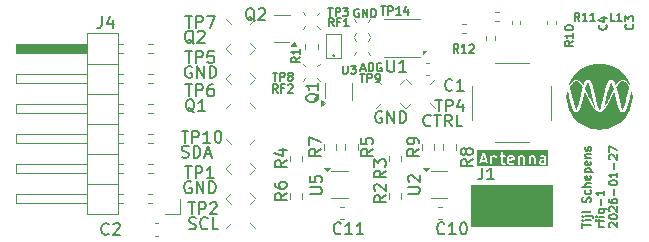
<source format=gbr>
%TF.GenerationSoftware,KiCad,Pcbnew,9.0.7*%
%TF.CreationDate,2026-01-30T12:17:07+01:00*%
%TF.ProjectId,rfiq-1,72666971-2d31-42e6-9b69-6361645f7063,1a*%
%TF.SameCoordinates,Original*%
%TF.FileFunction,Legend,Top*%
%TF.FilePolarity,Positive*%
%FSLAX46Y46*%
G04 Gerber Fmt 4.6, Leading zero omitted, Abs format (unit mm)*
G04 Created by KiCad (PCBNEW 9.0.7) date 2026-01-30 12:17:07*
%MOMM*%
%LPD*%
G01*
G04 APERTURE LIST*
%ADD10C,0.100000*%
%ADD11C,0.130000*%
%ADD12C,0.150000*%
%ADD13C,0.120000*%
G04 APERTURE END LIST*
D10*
X189800000Y-98025000D02*
X196700000Y-98025000D01*
X196700000Y-101500000D01*
X189800000Y-101500000D01*
X189800000Y-98025000D01*
G36*
X189800000Y-98025000D02*
G01*
X196700000Y-98025000D01*
X196700000Y-101500000D01*
X189800000Y-101500000D01*
X189800000Y-98025000D01*
G37*
D11*
X199253651Y-101647807D02*
X199253651Y-101247807D01*
X199953651Y-101447807D02*
X199253651Y-101447807D01*
X199953651Y-101014474D02*
X199486984Y-101014474D01*
X199253651Y-101014474D02*
X199286984Y-101047807D01*
X199286984Y-101047807D02*
X199320318Y-101014474D01*
X199320318Y-101014474D02*
X199286984Y-100981141D01*
X199286984Y-100981141D02*
X199253651Y-101014474D01*
X199253651Y-101014474D02*
X199320318Y-101014474D01*
X199486984Y-100681141D02*
X200086984Y-100681141D01*
X200086984Y-100681141D02*
X200153651Y-100714474D01*
X200153651Y-100714474D02*
X200186984Y-100781141D01*
X200186984Y-100781141D02*
X200186984Y-100814474D01*
X199253651Y-100681141D02*
X199286984Y-100714474D01*
X199286984Y-100714474D02*
X199320318Y-100681141D01*
X199320318Y-100681141D02*
X199286984Y-100647808D01*
X199286984Y-100647808D02*
X199253651Y-100681141D01*
X199253651Y-100681141D02*
X199320318Y-100681141D01*
X199953651Y-100247808D02*
X199920318Y-100314475D01*
X199920318Y-100314475D02*
X199853651Y-100347808D01*
X199853651Y-100347808D02*
X199253651Y-100347808D01*
X199920318Y-99481141D02*
X199953651Y-99381141D01*
X199953651Y-99381141D02*
X199953651Y-99214475D01*
X199953651Y-99214475D02*
X199920318Y-99147808D01*
X199920318Y-99147808D02*
X199886984Y-99114475D01*
X199886984Y-99114475D02*
X199820318Y-99081141D01*
X199820318Y-99081141D02*
X199753651Y-99081141D01*
X199753651Y-99081141D02*
X199686984Y-99114475D01*
X199686984Y-99114475D02*
X199653651Y-99147808D01*
X199653651Y-99147808D02*
X199620318Y-99214475D01*
X199620318Y-99214475D02*
X199586984Y-99347808D01*
X199586984Y-99347808D02*
X199553651Y-99414475D01*
X199553651Y-99414475D02*
X199520318Y-99447808D01*
X199520318Y-99447808D02*
X199453651Y-99481141D01*
X199453651Y-99481141D02*
X199386984Y-99481141D01*
X199386984Y-99481141D02*
X199320318Y-99447808D01*
X199320318Y-99447808D02*
X199286984Y-99414475D01*
X199286984Y-99414475D02*
X199253651Y-99347808D01*
X199253651Y-99347808D02*
X199253651Y-99181141D01*
X199253651Y-99181141D02*
X199286984Y-99081141D01*
X199920318Y-98481141D02*
X199953651Y-98547808D01*
X199953651Y-98547808D02*
X199953651Y-98681141D01*
X199953651Y-98681141D02*
X199920318Y-98747808D01*
X199920318Y-98747808D02*
X199886984Y-98781141D01*
X199886984Y-98781141D02*
X199820318Y-98814474D01*
X199820318Y-98814474D02*
X199620318Y-98814474D01*
X199620318Y-98814474D02*
X199553651Y-98781141D01*
X199553651Y-98781141D02*
X199520318Y-98747808D01*
X199520318Y-98747808D02*
X199486984Y-98681141D01*
X199486984Y-98681141D02*
X199486984Y-98547808D01*
X199486984Y-98547808D02*
X199520318Y-98481141D01*
X199953651Y-98181141D02*
X199253651Y-98181141D01*
X199953651Y-97881141D02*
X199586984Y-97881141D01*
X199586984Y-97881141D02*
X199520318Y-97914474D01*
X199520318Y-97914474D02*
X199486984Y-97981141D01*
X199486984Y-97981141D02*
X199486984Y-98081141D01*
X199486984Y-98081141D02*
X199520318Y-98147808D01*
X199520318Y-98147808D02*
X199553651Y-98181141D01*
X199920318Y-97281141D02*
X199953651Y-97347808D01*
X199953651Y-97347808D02*
X199953651Y-97481141D01*
X199953651Y-97481141D02*
X199920318Y-97547808D01*
X199920318Y-97547808D02*
X199853651Y-97581141D01*
X199853651Y-97581141D02*
X199586984Y-97581141D01*
X199586984Y-97581141D02*
X199520318Y-97547808D01*
X199520318Y-97547808D02*
X199486984Y-97481141D01*
X199486984Y-97481141D02*
X199486984Y-97347808D01*
X199486984Y-97347808D02*
X199520318Y-97281141D01*
X199520318Y-97281141D02*
X199586984Y-97247808D01*
X199586984Y-97247808D02*
X199653651Y-97247808D01*
X199653651Y-97247808D02*
X199720318Y-97581141D01*
X199486984Y-96947808D02*
X200186984Y-96947808D01*
X199520318Y-96947808D02*
X199486984Y-96881141D01*
X199486984Y-96881141D02*
X199486984Y-96747808D01*
X199486984Y-96747808D02*
X199520318Y-96681141D01*
X199520318Y-96681141D02*
X199553651Y-96647808D01*
X199553651Y-96647808D02*
X199620318Y-96614475D01*
X199620318Y-96614475D02*
X199820318Y-96614475D01*
X199820318Y-96614475D02*
X199886984Y-96647808D01*
X199886984Y-96647808D02*
X199920318Y-96681141D01*
X199920318Y-96681141D02*
X199953651Y-96747808D01*
X199953651Y-96747808D02*
X199953651Y-96881141D01*
X199953651Y-96881141D02*
X199920318Y-96947808D01*
X199920318Y-96047808D02*
X199953651Y-96114475D01*
X199953651Y-96114475D02*
X199953651Y-96247808D01*
X199953651Y-96247808D02*
X199920318Y-96314475D01*
X199920318Y-96314475D02*
X199853651Y-96347808D01*
X199853651Y-96347808D02*
X199586984Y-96347808D01*
X199586984Y-96347808D02*
X199520318Y-96314475D01*
X199520318Y-96314475D02*
X199486984Y-96247808D01*
X199486984Y-96247808D02*
X199486984Y-96114475D01*
X199486984Y-96114475D02*
X199520318Y-96047808D01*
X199520318Y-96047808D02*
X199586984Y-96014475D01*
X199586984Y-96014475D02*
X199653651Y-96014475D01*
X199653651Y-96014475D02*
X199720318Y-96347808D01*
X199486984Y-95714475D02*
X199953651Y-95714475D01*
X199553651Y-95714475D02*
X199520318Y-95681142D01*
X199520318Y-95681142D02*
X199486984Y-95614475D01*
X199486984Y-95614475D02*
X199486984Y-95514475D01*
X199486984Y-95514475D02*
X199520318Y-95447808D01*
X199520318Y-95447808D02*
X199586984Y-95414475D01*
X199586984Y-95414475D02*
X199953651Y-95414475D01*
X199920318Y-95114475D02*
X199953651Y-95047809D01*
X199953651Y-95047809D02*
X199953651Y-94914475D01*
X199953651Y-94914475D02*
X199920318Y-94847809D01*
X199920318Y-94847809D02*
X199853651Y-94814475D01*
X199853651Y-94814475D02*
X199820318Y-94814475D01*
X199820318Y-94814475D02*
X199753651Y-94847809D01*
X199753651Y-94847809D02*
X199720318Y-94914475D01*
X199720318Y-94914475D02*
X199720318Y-95014475D01*
X199720318Y-95014475D02*
X199686984Y-95081142D01*
X199686984Y-95081142D02*
X199620318Y-95114475D01*
X199620318Y-95114475D02*
X199586984Y-95114475D01*
X199586984Y-95114475D02*
X199520318Y-95081142D01*
X199520318Y-95081142D02*
X199486984Y-95014475D01*
X199486984Y-95014475D02*
X199486984Y-94914475D01*
X199486984Y-94914475D02*
X199520318Y-94847809D01*
X201080612Y-101547807D02*
X200613945Y-101547807D01*
X200747279Y-101547807D02*
X200680612Y-101514474D01*
X200680612Y-101514474D02*
X200647279Y-101481140D01*
X200647279Y-101481140D02*
X200613945Y-101414474D01*
X200613945Y-101414474D02*
X200613945Y-101347807D01*
X200613945Y-101214474D02*
X200613945Y-100947807D01*
X201080612Y-101114474D02*
X200480612Y-101114474D01*
X200480612Y-101114474D02*
X200413945Y-101081141D01*
X200413945Y-101081141D02*
X200380612Y-101014474D01*
X200380612Y-101014474D02*
X200380612Y-100947807D01*
X201080612Y-100714474D02*
X200613945Y-100714474D01*
X200380612Y-100714474D02*
X200413945Y-100747807D01*
X200413945Y-100747807D02*
X200447279Y-100714474D01*
X200447279Y-100714474D02*
X200413945Y-100681141D01*
X200413945Y-100681141D02*
X200380612Y-100714474D01*
X200380612Y-100714474D02*
X200447279Y-100714474D01*
X200613945Y-100081141D02*
X201313945Y-100081141D01*
X201047279Y-100081141D02*
X201080612Y-100147808D01*
X201080612Y-100147808D02*
X201080612Y-100281141D01*
X201080612Y-100281141D02*
X201047279Y-100347808D01*
X201047279Y-100347808D02*
X201013945Y-100381141D01*
X201013945Y-100381141D02*
X200947279Y-100414474D01*
X200947279Y-100414474D02*
X200747279Y-100414474D01*
X200747279Y-100414474D02*
X200680612Y-100381141D01*
X200680612Y-100381141D02*
X200647279Y-100347808D01*
X200647279Y-100347808D02*
X200613945Y-100281141D01*
X200613945Y-100281141D02*
X200613945Y-100147808D01*
X200613945Y-100147808D02*
X200647279Y-100081141D01*
X200813945Y-99747808D02*
X200813945Y-99214475D01*
X201080612Y-98514474D02*
X201080612Y-98914474D01*
X201080612Y-98714474D02*
X200380612Y-98714474D01*
X200380612Y-98714474D02*
X200480612Y-98781141D01*
X200480612Y-98781141D02*
X200547279Y-98847808D01*
X200547279Y-98847808D02*
X200580612Y-98914474D01*
X201574240Y-101581140D02*
X201540906Y-101547807D01*
X201540906Y-101547807D02*
X201507573Y-101481140D01*
X201507573Y-101481140D02*
X201507573Y-101314474D01*
X201507573Y-101314474D02*
X201540906Y-101247807D01*
X201540906Y-101247807D02*
X201574240Y-101214474D01*
X201574240Y-101214474D02*
X201640906Y-101181140D01*
X201640906Y-101181140D02*
X201707573Y-101181140D01*
X201707573Y-101181140D02*
X201807573Y-101214474D01*
X201807573Y-101214474D02*
X202207573Y-101614474D01*
X202207573Y-101614474D02*
X202207573Y-101181140D01*
X201507573Y-100747807D02*
X201507573Y-100681140D01*
X201507573Y-100681140D02*
X201540906Y-100614473D01*
X201540906Y-100614473D02*
X201574240Y-100581140D01*
X201574240Y-100581140D02*
X201640906Y-100547807D01*
X201640906Y-100547807D02*
X201774240Y-100514473D01*
X201774240Y-100514473D02*
X201940906Y-100514473D01*
X201940906Y-100514473D02*
X202074240Y-100547807D01*
X202074240Y-100547807D02*
X202140906Y-100581140D01*
X202140906Y-100581140D02*
X202174240Y-100614473D01*
X202174240Y-100614473D02*
X202207573Y-100681140D01*
X202207573Y-100681140D02*
X202207573Y-100747807D01*
X202207573Y-100747807D02*
X202174240Y-100814473D01*
X202174240Y-100814473D02*
X202140906Y-100847807D01*
X202140906Y-100847807D02*
X202074240Y-100881140D01*
X202074240Y-100881140D02*
X201940906Y-100914473D01*
X201940906Y-100914473D02*
X201774240Y-100914473D01*
X201774240Y-100914473D02*
X201640906Y-100881140D01*
X201640906Y-100881140D02*
X201574240Y-100847807D01*
X201574240Y-100847807D02*
X201540906Y-100814473D01*
X201540906Y-100814473D02*
X201507573Y-100747807D01*
X201574240Y-100247806D02*
X201540906Y-100214473D01*
X201540906Y-100214473D02*
X201507573Y-100147806D01*
X201507573Y-100147806D02*
X201507573Y-99981140D01*
X201507573Y-99981140D02*
X201540906Y-99914473D01*
X201540906Y-99914473D02*
X201574240Y-99881140D01*
X201574240Y-99881140D02*
X201640906Y-99847806D01*
X201640906Y-99847806D02*
X201707573Y-99847806D01*
X201707573Y-99847806D02*
X201807573Y-99881140D01*
X201807573Y-99881140D02*
X202207573Y-100281140D01*
X202207573Y-100281140D02*
X202207573Y-99847806D01*
X201507573Y-99247806D02*
X201507573Y-99381139D01*
X201507573Y-99381139D02*
X201540906Y-99447806D01*
X201540906Y-99447806D02*
X201574240Y-99481139D01*
X201574240Y-99481139D02*
X201674240Y-99547806D01*
X201674240Y-99547806D02*
X201807573Y-99581139D01*
X201807573Y-99581139D02*
X202074240Y-99581139D01*
X202074240Y-99581139D02*
X202140906Y-99547806D01*
X202140906Y-99547806D02*
X202174240Y-99514473D01*
X202174240Y-99514473D02*
X202207573Y-99447806D01*
X202207573Y-99447806D02*
X202207573Y-99314473D01*
X202207573Y-99314473D02*
X202174240Y-99247806D01*
X202174240Y-99247806D02*
X202140906Y-99214473D01*
X202140906Y-99214473D02*
X202074240Y-99181139D01*
X202074240Y-99181139D02*
X201907573Y-99181139D01*
X201907573Y-99181139D02*
X201840906Y-99214473D01*
X201840906Y-99214473D02*
X201807573Y-99247806D01*
X201807573Y-99247806D02*
X201774240Y-99314473D01*
X201774240Y-99314473D02*
X201774240Y-99447806D01*
X201774240Y-99447806D02*
X201807573Y-99514473D01*
X201807573Y-99514473D02*
X201840906Y-99547806D01*
X201840906Y-99547806D02*
X201907573Y-99581139D01*
X201940906Y-98881139D02*
X201940906Y-98347806D01*
X201507573Y-97881139D02*
X201507573Y-97814472D01*
X201507573Y-97814472D02*
X201540906Y-97747805D01*
X201540906Y-97747805D02*
X201574240Y-97714472D01*
X201574240Y-97714472D02*
X201640906Y-97681139D01*
X201640906Y-97681139D02*
X201774240Y-97647805D01*
X201774240Y-97647805D02*
X201940906Y-97647805D01*
X201940906Y-97647805D02*
X202074240Y-97681139D01*
X202074240Y-97681139D02*
X202140906Y-97714472D01*
X202140906Y-97714472D02*
X202174240Y-97747805D01*
X202174240Y-97747805D02*
X202207573Y-97814472D01*
X202207573Y-97814472D02*
X202207573Y-97881139D01*
X202207573Y-97881139D02*
X202174240Y-97947805D01*
X202174240Y-97947805D02*
X202140906Y-97981139D01*
X202140906Y-97981139D02*
X202074240Y-98014472D01*
X202074240Y-98014472D02*
X201940906Y-98047805D01*
X201940906Y-98047805D02*
X201774240Y-98047805D01*
X201774240Y-98047805D02*
X201640906Y-98014472D01*
X201640906Y-98014472D02*
X201574240Y-97981139D01*
X201574240Y-97981139D02*
X201540906Y-97947805D01*
X201540906Y-97947805D02*
X201507573Y-97881139D01*
X202207573Y-96981138D02*
X202207573Y-97381138D01*
X202207573Y-97181138D02*
X201507573Y-97181138D01*
X201507573Y-97181138D02*
X201607573Y-97247805D01*
X201607573Y-97247805D02*
X201674240Y-97314472D01*
X201674240Y-97314472D02*
X201707573Y-97381138D01*
X201940906Y-96681138D02*
X201940906Y-96147805D01*
X201574240Y-95847804D02*
X201540906Y-95814471D01*
X201540906Y-95814471D02*
X201507573Y-95747804D01*
X201507573Y-95747804D02*
X201507573Y-95581138D01*
X201507573Y-95581138D02*
X201540906Y-95514471D01*
X201540906Y-95514471D02*
X201574240Y-95481138D01*
X201574240Y-95481138D02*
X201640906Y-95447804D01*
X201640906Y-95447804D02*
X201707573Y-95447804D01*
X201707573Y-95447804D02*
X201807573Y-95481138D01*
X201807573Y-95481138D02*
X202207573Y-95881138D01*
X202207573Y-95881138D02*
X202207573Y-95447804D01*
X201507573Y-95214471D02*
X201507573Y-94747804D01*
X201507573Y-94747804D02*
X202207573Y-95047804D01*
D10*
G36*
X200700000Y-87752379D02*
G01*
X200327257Y-87776518D01*
X199968943Y-87848257D01*
X199621912Y-87967801D01*
X199293153Y-88131439D01*
X198991571Y-88334163D01*
X198714794Y-88577676D01*
X198472131Y-88854880D01*
X198270045Y-89160691D01*
X198107117Y-89497983D01*
X198118353Y-89531444D01*
X198129588Y-89565150D01*
X198140823Y-89598611D01*
X198146441Y-89587620D01*
X198163293Y-89570767D01*
X198174284Y-89553914D01*
X198185519Y-89537062D01*
X198196755Y-89520209D01*
X198207990Y-89503600D01*
X198207990Y-89497983D01*
X198219225Y-89486748D01*
X198219225Y-89481130D01*
X198230460Y-89469895D01*
X198258304Y-89436678D01*
X198280774Y-89402972D01*
X198303244Y-89374884D01*
X198331088Y-89347041D01*
X198353558Y-89324570D01*
X198376029Y-89296482D01*
X198404117Y-89274256D01*
X198426343Y-89257404D01*
X198448813Y-89235177D01*
X198454431Y-89235177D01*
X198499127Y-89201716D01*
X198504745Y-89201716D01*
X198549685Y-89179246D01*
X198555303Y-89173628D01*
X198583147Y-89168011D01*
X198583147Y-89162393D01*
X198611235Y-89156775D01*
X198639078Y-89151158D01*
X198644696Y-89145540D01*
X198678401Y-89145540D01*
X198678401Y-89139923D01*
X198717480Y-89139923D01*
X198768039Y-89139923D01*
X198779274Y-89145540D01*
X198784891Y-89145540D01*
X198812735Y-89145540D01*
X198815422Y-89151158D01*
X198818353Y-89151158D01*
X198874284Y-89162393D01*
X198876971Y-89168011D01*
X198879902Y-89168011D01*
X198924842Y-89190481D01*
X198930460Y-89190481D01*
X198980774Y-89218325D01*
X199008862Y-89235177D01*
X199008862Y-89240795D01*
X199031088Y-89257404D01*
X199053558Y-89279874D01*
X199059176Y-89279874D01*
X199081646Y-89302100D01*
X199104117Y-89324570D01*
X199131960Y-89352658D01*
X199154431Y-89380502D01*
X199176901Y-89408590D01*
X199199127Y-89436678D01*
X199227215Y-89469895D01*
X199238450Y-89486748D01*
X199249685Y-89503600D01*
X199260921Y-89520209D01*
X199271912Y-89537062D01*
X199283147Y-89553914D01*
X199300000Y-89576385D01*
X199311235Y-89593237D01*
X199311235Y-89598611D01*
X199316852Y-89593237D01*
X199328087Y-89559532D01*
X199333705Y-89542679D01*
X199350314Y-89486748D01*
X199355931Y-89469895D01*
X199367166Y-89442051D01*
X199378401Y-89408590D01*
X199395254Y-89380502D01*
X199406489Y-89352658D01*
X199417480Y-89324570D01*
X199428715Y-89302100D01*
X199439951Y-89279874D01*
X199451186Y-89257404D01*
X199456803Y-89257404D01*
X199468039Y-89234933D01*
X199490509Y-89201716D01*
X199495882Y-89201716D01*
X199523970Y-89173628D01*
X199523970Y-89170942D01*
X199523970Y-89168011D01*
X199552058Y-89151158D01*
X199552058Y-89145540D01*
X199554745Y-89145540D01*
X199557676Y-89145540D01*
X199563293Y-89139923D01*
X199568911Y-89139923D01*
X199574284Y-89134305D01*
X199585519Y-89128688D01*
X199591137Y-89128688D01*
X199602372Y-89123314D01*
X199613607Y-89123314D01*
X199624842Y-89117697D01*
X199641695Y-89117697D01*
X199652686Y-89117697D01*
X199714480Y-89117697D01*
X199747941Y-89117697D01*
X199776029Y-89117697D01*
X199776029Y-89123314D01*
X199804117Y-89123314D01*
X199809490Y-89128932D01*
X199820725Y-89128932D01*
X199831960Y-89134305D01*
X199837578Y-89134305D01*
X199854431Y-89145540D01*
X199862735Y-89148471D01*
X199865666Y-89151158D01*
X199887892Y-89162149D01*
X199910362Y-89184619D01*
X199915980Y-89184619D01*
X199915980Y-89190237D01*
X199938450Y-89218080D01*
X199944068Y-89218080D01*
X199955303Y-89234689D01*
X199966294Y-89257159D01*
X199977529Y-89279630D01*
X199983147Y-89279630D01*
X199994382Y-89301856D01*
X200005617Y-89324082D01*
X200016852Y-89352170D01*
X200028087Y-89374396D01*
X200028087Y-89380013D01*
X200039078Y-89407857D01*
X200055931Y-89435945D01*
X200067166Y-89469162D01*
X200072784Y-89486015D01*
X200084019Y-89519720D01*
X200095254Y-89552937D01*
X200106489Y-89592260D01*
X200123098Y-89647948D01*
X200134333Y-89664801D01*
X200145568Y-89709253D01*
X200156803Y-89748576D01*
X200168039Y-89787411D01*
X200179274Y-89832107D01*
X200190509Y-89876803D01*
X200201500Y-89921256D01*
X200218353Y-89993796D01*
X200229588Y-90016266D01*
X200246441Y-90083189D01*
X200257676Y-90133503D01*
X200291137Y-90278827D01*
X200302372Y-90328897D01*
X200307990Y-90356985D01*
X200319225Y-90378967D01*
X200330460Y-90429525D01*
X200375157Y-90630293D01*
X200403244Y-90753147D01*
X200408862Y-90775373D01*
X200420097Y-90803461D01*
X200498499Y-91127083D01*
X200515108Y-91166161D01*
X200599127Y-91456566D01*
X200627215Y-91517871D01*
X200660921Y-91601646D01*
X200694382Y-91668569D01*
X200700000Y-91674187D01*
X200739078Y-91595785D01*
X200784019Y-91478304D01*
X200817480Y-91372058D01*
X200828715Y-91355205D01*
X200923970Y-90997145D01*
X200935205Y-90974919D01*
X200963293Y-90857438D01*
X200974284Y-90812742D01*
X200996755Y-90711870D01*
X201019225Y-90611242D01*
X201030460Y-90589016D01*
X201058304Y-90465673D01*
X201069539Y-90415359D01*
X201108862Y-90241946D01*
X201114480Y-90214103D01*
X201125715Y-90191632D01*
X201136706Y-90141318D01*
X201147941Y-90091004D01*
X201159176Y-90046308D01*
X201170411Y-90001367D01*
X201181646Y-89951053D01*
X201192882Y-89906357D01*
X201204117Y-89861660D01*
X201209490Y-89839190D01*
X201220725Y-89816964D01*
X201243196Y-89732944D01*
X201254431Y-89693866D01*
X201276901Y-89615464D01*
X201282519Y-89593237D01*
X201293510Y-89559532D01*
X201299127Y-89537062D01*
X201310362Y-89520209D01*
X201315980Y-89503600D01*
X201321598Y-89486748D01*
X201332833Y-89453286D01*
X201344068Y-89425443D01*
X201355303Y-89391737D01*
X201366294Y-89363649D01*
X201383147Y-89335806D01*
X201394382Y-89313335D01*
X201405617Y-89290865D01*
X201416852Y-89268639D01*
X201428087Y-89246168D01*
X201444696Y-89229560D01*
X201444696Y-89223942D01*
X201472784Y-89190481D01*
X201500872Y-89162393D01*
X201506489Y-89162393D01*
X201534333Y-89139923D01*
X201539951Y-89139923D01*
X201545568Y-89134305D01*
X201553872Y-89131618D01*
X201556803Y-89128688D01*
X201562421Y-89128688D01*
X201570725Y-89126001D01*
X201573656Y-89123314D01*
X201579274Y-89123314D01*
X201590509Y-89117697D01*
X201618353Y-89117697D01*
X201623970Y-89117697D01*
X201741695Y-89117697D01*
X201752686Y-89123314D01*
X201775157Y-89123314D01*
X201775157Y-89128688D01*
X201792009Y-89128688D01*
X201792009Y-89134061D01*
X201797627Y-89134061D01*
X201808862Y-89136992D01*
X201808862Y-89139678D01*
X201825715Y-89145052D01*
X201847941Y-89156287D01*
X201859176Y-89167278D01*
X201864794Y-89167278D01*
X201892882Y-89195122D01*
X201915108Y-89228094D01*
X201920725Y-89228094D01*
X201931960Y-89244703D01*
X201943196Y-89266929D01*
X201954431Y-89288911D01*
X201971284Y-89310893D01*
X201982519Y-89333119D01*
X201982519Y-89338736D01*
X201993510Y-89360963D01*
X202004745Y-89388318D01*
X202015980Y-89421535D01*
X202027215Y-89449134D01*
X202044068Y-89482351D01*
X202049685Y-89498960D01*
X202060676Y-89531933D01*
X202071912Y-89570767D01*
X202083147Y-89598611D01*
X202088764Y-89587620D01*
X202100000Y-89570767D01*
X202111235Y-89553914D01*
X202122470Y-89531444D01*
X202133705Y-89514836D01*
X202150314Y-89497983D01*
X202161549Y-89481130D01*
X202184019Y-89447669D01*
X202206489Y-89419825D01*
X202234333Y-89391737D01*
X202256803Y-89363649D01*
X202279274Y-89335806D01*
X202307117Y-89307718D01*
X202329588Y-89285247D01*
X202352058Y-89263021D01*
X202379902Y-89246413D01*
X202402372Y-89229560D01*
X202407990Y-89223942D01*
X202452686Y-89196099D01*
X202458304Y-89196099D01*
X202503244Y-89173628D01*
X202508862Y-89168011D01*
X202536706Y-89162393D01*
X202536706Y-89156775D01*
X202570411Y-89151158D01*
X202598499Y-89145540D01*
X202615108Y-89145540D01*
X202615108Y-89139923D01*
X202620725Y-89139923D01*
X202637578Y-89139923D01*
X202671284Y-89139923D01*
X202710362Y-89139923D01*
X202771912Y-89151158D01*
X202800000Y-89162393D01*
X202805617Y-89162393D01*
X202828087Y-89168011D01*
X202830774Y-89173628D01*
X202833705Y-89173628D01*
X202878401Y-89196099D01*
X202884019Y-89196099D01*
X202934333Y-89229316D01*
X202956803Y-89246168D01*
X202962421Y-89246168D01*
X202984891Y-89268639D01*
X203007117Y-89290865D01*
X203035205Y-89313335D01*
X203057676Y-89341423D01*
X203079902Y-89363649D01*
X203107990Y-89391493D01*
X203107990Y-89397110D01*
X203130460Y-89425198D01*
X203152686Y-89453042D01*
X203175157Y-89486748D01*
X203192009Y-89503600D01*
X203203244Y-89519965D01*
X203214480Y-89536817D01*
X203214480Y-89542435D01*
X203225715Y-89559288D01*
X203236706Y-89576140D01*
X203247941Y-89592993D01*
X203253558Y-89598367D01*
X203259176Y-89576140D01*
X203270411Y-89536817D01*
X203276029Y-89519965D01*
X203287264Y-89503356D01*
X203287264Y-89486503D01*
X203124715Y-89152943D01*
X202923529Y-88850025D01*
X202682274Y-88574989D01*
X202407459Y-88333226D01*
X202106883Y-88131351D01*
X201778087Y-87967801D01*
X201431056Y-87848257D01*
X201072742Y-87776518D01*
X200700000Y-87752379D01*
G37*
G36*
X202671284Y-89184863D02*
G01*
X202654431Y-89184863D01*
X202648813Y-89184863D01*
X202643196Y-89190481D01*
X202626343Y-89190481D01*
X202592882Y-89201716D01*
X202547941Y-89223942D01*
X202480774Y-89263265D01*
X202458304Y-89285491D01*
X202436078Y-89302344D01*
X202413607Y-89324570D01*
X202391137Y-89352658D01*
X202340823Y-89402972D01*
X202273656Y-89492365D01*
X202239951Y-89548297D01*
X202223098Y-89565150D01*
X202155931Y-89676769D01*
X202128087Y-89716092D01*
X202122470Y-89732944D01*
X202128087Y-89744180D01*
X202139078Y-89788876D01*
X202212107Y-90085143D01*
X202223098Y-90107613D01*
X202307117Y-90476908D01*
X202318353Y-90504996D01*
X202407990Y-90896517D01*
X202419225Y-90918743D01*
X202508862Y-91271430D01*
X202520097Y-91293900D01*
X202553558Y-91405519D01*
X202620725Y-91590167D01*
X202637578Y-91612637D01*
X202665666Y-91674187D01*
X202710362Y-91578932D01*
X202727215Y-91551088D01*
X202760676Y-91461451D01*
X202816852Y-91277048D01*
X202833705Y-91237725D01*
X202923098Y-90879665D01*
X202934333Y-90857194D01*
X202962421Y-90734340D01*
X203018353Y-90488143D01*
X203029588Y-90460055D01*
X203040823Y-90409741D01*
X203052058Y-90359427D01*
X203063293Y-90314731D01*
X203074284Y-90264417D01*
X203085519Y-90214103D01*
X203096755Y-90163545D01*
X203107990Y-90113230D01*
X203113607Y-90091004D01*
X203124842Y-90068534D01*
X203136078Y-90018220D01*
X203147313Y-89973524D01*
X203158304Y-89928583D01*
X203175157Y-89861416D01*
X203186392Y-89816964D01*
X203197627Y-89772023D01*
X203203244Y-89749553D01*
X203214480Y-89732944D01*
X203180774Y-89682386D01*
X203136078Y-89604228D01*
X203102372Y-89553914D01*
X203085519Y-89537062D01*
X203074284Y-89514836D01*
X202995882Y-89408590D01*
X202968039Y-89380502D01*
X202945568Y-89352658D01*
X202878401Y-89285491D01*
X202788764Y-89223942D01*
X202744068Y-89201716D01*
X202710362Y-89190481D01*
X202693510Y-89190481D01*
X202671284Y-89184863D01*
G37*
G36*
X198723098Y-89184619D02*
G01*
X198717480Y-89184619D01*
X198695254Y-89190237D01*
X198678401Y-89190237D01*
X198661549Y-89201472D01*
X198644696Y-89206845D01*
X198600000Y-89229316D01*
X198532833Y-89274256D01*
X198487892Y-89318709D01*
X198460048Y-89341179D01*
X198437578Y-89363405D01*
X198342323Y-89481130D01*
X198252686Y-89620837D01*
X198236078Y-89637690D01*
X198191137Y-89716092D01*
X198185519Y-89732944D01*
X198185519Y-89744180D01*
X198202372Y-89805729D01*
X198213607Y-89850181D01*
X198224842Y-89895122D01*
X198230460Y-89895122D01*
X198241695Y-89939818D01*
X198252686Y-89984515D01*
X198263921Y-90035073D01*
X198286392Y-90130083D01*
X198314480Y-90253182D01*
X198325715Y-90275652D01*
X198342323Y-90348192D01*
X198409490Y-90650321D01*
X198420725Y-90672791D01*
X198426343Y-90700635D01*
X198510362Y-91053321D01*
X198515980Y-91053321D01*
X198611235Y-91399902D01*
X198622470Y-91416755D01*
X198695254Y-91612637D01*
X198728715Y-91674187D01*
X198784891Y-91556706D01*
X198823970Y-91444842D01*
X198835205Y-91427990D01*
X198924842Y-91114870D01*
X198936078Y-91092400D01*
X199020097Y-90739958D01*
X199031088Y-90717487D01*
X199092882Y-90443691D01*
X199115108Y-90342819D01*
X199126343Y-90314731D01*
X199131960Y-90292505D01*
X199143196Y-90242191D01*
X199154431Y-90191877D01*
X199165666Y-90141318D01*
X199182519Y-90074396D01*
X199193510Y-90024082D01*
X199204745Y-89979385D01*
X199210362Y-89956915D01*
X199221598Y-89928827D01*
X199232833Y-89884131D01*
X199244068Y-89839434D01*
X199255303Y-89800355D01*
X199266294Y-89755415D01*
X199271912Y-89733189D01*
X199210362Y-89621081D01*
X199193510Y-89604228D01*
X199160048Y-89548297D01*
X199115108Y-89481130D01*
X199087264Y-89453286D01*
X199042323Y-89391737D01*
X199020097Y-89369267D01*
X198997627Y-89341423D01*
X198975157Y-89318953D01*
X198924842Y-89279874D01*
X198902372Y-89257404D01*
X198835205Y-89218080D01*
X198795882Y-89201472D01*
X198745568Y-89184619D01*
X198734333Y-89184619D01*
X198723098Y-89184619D01*
G37*
G36*
X201679902Y-89290865D02*
G01*
X201668911Y-89313335D01*
X201635205Y-89380502D01*
X201551186Y-89609846D01*
X201461549Y-89939818D01*
X201450314Y-89962288D01*
X201366294Y-90325966D01*
X201355303Y-90348436D01*
X201265666Y-90745575D01*
X201254431Y-90773419D01*
X201170411Y-91126106D01*
X201159176Y-91142958D01*
X201136706Y-91232107D01*
X201125715Y-91271430D01*
X201114480Y-91310509D01*
X201103244Y-91349832D01*
X201092009Y-91388911D01*
X201080774Y-91422372D01*
X201075157Y-91422372D01*
X201063921Y-91461451D01*
X201052686Y-91495157D01*
X201041695Y-91523244D01*
X201036078Y-91545471D01*
X201041695Y-91534480D01*
X201092009Y-91472686D01*
X201159176Y-91366685D01*
X201198499Y-91310509D01*
X201276901Y-91170802D01*
X201293510Y-91148332D01*
X201383147Y-90969302D01*
X201400000Y-90947076D01*
X201478401Y-90779036D01*
X201495254Y-90756810D01*
X201551186Y-90628094D01*
X201590509Y-90555310D01*
X201646441Y-90432456D01*
X201657676Y-90404368D01*
X201685519Y-90354054D01*
X201730460Y-90259043D01*
X201752686Y-90208729D01*
X201763921Y-90180642D01*
X201780774Y-90158171D01*
X201803244Y-90107857D01*
X201825715Y-90062916D01*
X201836706Y-90040690D01*
X201847941Y-90012847D01*
X201859176Y-89990376D01*
X201876029Y-89968150D01*
X201898499Y-89923210D01*
X201898499Y-89906357D01*
X201887264Y-89861660D01*
X201870411Y-89822581D01*
X201775157Y-89497983D01*
X201758304Y-89464277D01*
X201724842Y-89374884D01*
X201691137Y-89307718D01*
X201679902Y-89290865D01*
G37*
G36*
X199714480Y-89290865D02*
G01*
X199708862Y-89302100D01*
X199686392Y-89347041D01*
X199669539Y-89369267D01*
X199636078Y-89453286D01*
X199574284Y-89649169D01*
X199557676Y-89688248D01*
X199495882Y-89917592D01*
X199501500Y-89928827D01*
X199512735Y-89951297D01*
X199523970Y-89973768D01*
X199535205Y-89995994D01*
X199546441Y-90018464D01*
X199557676Y-90046308D01*
X199574284Y-90068534D01*
X199585519Y-90091004D01*
X199596755Y-90113475D01*
X199619225Y-90163789D01*
X199652686Y-90236573D01*
X199669539Y-90264661D01*
X199692009Y-90314731D01*
X199703244Y-90337201D01*
X199747941Y-90438073D01*
X199764794Y-90460300D01*
X199843196Y-90639330D01*
X199860048Y-90661800D01*
X199938450Y-90835212D01*
X199955303Y-90857438D01*
X200033705Y-91019616D01*
X200050314Y-91042086D01*
X200128715Y-91198646D01*
X200145568Y-91215498D01*
X200212735Y-91338597D01*
X200235205Y-91372302D01*
X200252058Y-91388911D01*
X200263293Y-91411381D01*
X200319225Y-91495157D01*
X200358304Y-91545471D01*
X200358304Y-91534480D01*
X200347313Y-91500774D01*
X200341695Y-91500774D01*
X200336078Y-91483921D01*
X200324842Y-91450460D01*
X200319225Y-91433607D01*
X200296755Y-91361067D01*
X200285519Y-91321744D01*
X200274284Y-91282665D01*
X200263293Y-91243342D01*
X200252058Y-91221116D01*
X200246441Y-91198646D01*
X200235205Y-91153949D01*
X200223970Y-91114870D01*
X200212735Y-91070174D01*
X200201500Y-91025233D01*
X200190509Y-90974919D01*
X200179274Y-90929979D01*
X200173656Y-90907997D01*
X200162421Y-90879909D01*
X200151186Y-90835212D01*
X200139951Y-90784654D01*
X200128715Y-90734340D01*
X200112107Y-90661800D01*
X200100872Y-90611242D01*
X200089637Y-90560928D01*
X200078401Y-90510614D01*
X200067166Y-90488143D01*
X200061549Y-90460055D01*
X200050314Y-90409986D01*
X200039078Y-90359672D01*
X200016852Y-90264417D01*
X200005617Y-90214103D01*
X199983147Y-90119092D01*
X199971912Y-90091004D01*
X199882519Y-89732944D01*
X199871284Y-89716092D01*
X199820725Y-89542679D01*
X199776029Y-89419825D01*
X199759176Y-89391737D01*
X199747941Y-89363649D01*
X199714480Y-89296482D01*
X199714480Y-89290865D01*
G37*
G36*
X203393510Y-90078060D02*
G01*
X203393510Y-90083677D01*
X203360048Y-90229246D01*
X203348813Y-90251716D01*
X203264794Y-90626873D01*
X203253558Y-90649344D01*
X203169539Y-91013265D01*
X203158304Y-91035736D01*
X203096755Y-91276559D01*
X203085519Y-91315638D01*
X203074284Y-91354961D01*
X203063293Y-91371814D01*
X203052058Y-91410893D01*
X203040823Y-91444598D01*
X203029588Y-91478060D01*
X203018353Y-91511765D01*
X203007117Y-91545226D01*
X202995882Y-91573314D01*
X202979274Y-91601402D01*
X202968039Y-91629246D01*
X202956803Y-91657334D01*
X202945568Y-91679804D01*
X202934333Y-91702030D01*
X202917480Y-91724501D01*
X202906489Y-91741353D01*
X202895254Y-91758206D01*
X202895254Y-91763824D01*
X202867166Y-91786050D01*
X202864235Y-91791667D01*
X202861549Y-91791667D01*
X202839078Y-91814138D01*
X202833705Y-91819755D01*
X202828087Y-91819755D01*
X202816852Y-91825373D01*
X202816852Y-91830990D01*
X202811235Y-91830990D01*
X202805617Y-91836608D01*
X202794382Y-91836608D01*
X202783147Y-91842226D01*
X202777529Y-91842226D01*
X202771912Y-91847843D01*
X202760676Y-91847843D01*
X202755303Y-91853217D01*
X202727215Y-91853217D01*
X202721598Y-91853217D01*
X202615108Y-91853217D01*
X202604117Y-91847599D01*
X202581646Y-91847599D01*
X202576029Y-91842226D01*
X202559176Y-91842226D01*
X202559176Y-91836608D01*
X202553558Y-91836608D01*
X202542323Y-91830990D01*
X202536706Y-91830990D01*
X202528401Y-91828304D01*
X202525715Y-91825373D01*
X202503244Y-91814138D01*
X202469539Y-91786050D01*
X202447313Y-91758206D01*
X202441695Y-91758206D01*
X202430460Y-91741353D01*
X202419225Y-91724745D01*
X202407990Y-91702274D01*
X202391137Y-91680048D01*
X202379902Y-91657578D01*
X202368911Y-91635108D01*
X202357676Y-91607264D01*
X202346441Y-91579176D01*
X202335205Y-91551088D01*
X202318353Y-91517627D01*
X202307117Y-91483921D01*
X202301500Y-91467313D01*
X202290509Y-91433852D01*
X202279274Y-91400146D01*
X202268039Y-91361067D01*
X202256803Y-91321744D01*
X202239951Y-91282665D01*
X202228715Y-91243342D01*
X202212107Y-91182037D01*
X202200872Y-91137341D01*
X202189637Y-91092400D01*
X202178401Y-91047704D01*
X202167166Y-91002763D01*
X202161549Y-90980537D01*
X202150314Y-90952693D01*
X202139078Y-90907997D01*
X202128087Y-90857438D01*
X202116852Y-90812742D01*
X202105617Y-90762184D01*
X202094382Y-90711870D01*
X202083147Y-90661800D01*
X202066294Y-90589016D01*
X202055303Y-90566545D01*
X202044068Y-90516231D01*
X202027215Y-90438073D01*
X202015980Y-90387515D01*
X202004745Y-90337201D01*
X201965666Y-90169406D01*
X201954431Y-90141318D01*
X201937578Y-90074152D01*
X201931960Y-90096622D01*
X201915108Y-90119092D01*
X201836706Y-90287620D01*
X201820097Y-90315464D01*
X201752686Y-90467138D01*
X201724842Y-90517697D01*
X201691137Y-90590725D01*
X201657676Y-90663510D01*
X201646441Y-90691598D01*
X201629588Y-90714068D01*
X201607117Y-90764382D01*
X201573656Y-90837655D01*
X201562421Y-90859881D01*
X201551186Y-90887969D01*
X201534333Y-90910683D01*
X201523098Y-90932909D01*
X201512107Y-90955380D01*
X201500872Y-90983468D01*
X201489637Y-91005694D01*
X201478401Y-91028408D01*
X201467166Y-91050879D01*
X201455931Y-91073349D01*
X201439078Y-91095575D01*
X201428087Y-91118046D01*
X201416852Y-91140760D01*
X201405617Y-91162986D01*
X201394382Y-91185457D01*
X201383147Y-91202309D01*
X201371912Y-91224780D01*
X201360921Y-91247250D01*
X201344068Y-91269720D01*
X201332833Y-91286573D01*
X201321598Y-91308799D01*
X201310362Y-91325652D01*
X201299127Y-91348122D01*
X201287892Y-91365219D01*
X201276901Y-91382072D01*
X201260048Y-91404298D01*
X201248813Y-91421151D01*
X201237578Y-91438004D01*
X201226343Y-91454856D01*
X201215108Y-91471709D01*
X201204117Y-91488562D01*
X201181646Y-91522267D01*
X201176029Y-91522267D01*
X201153558Y-91555729D01*
X201131088Y-91584061D01*
X201108862Y-91612149D01*
X201080774Y-91634375D01*
X201080774Y-91639993D01*
X201058304Y-91662463D01*
X201036078Y-91684933D01*
X201007990Y-91707404D01*
X200985519Y-91724256D01*
X200985519Y-91729874D01*
X200957676Y-91746727D01*
X200935205Y-91763579D01*
X200929588Y-91763579D01*
X200918353Y-91769197D01*
X200890509Y-91797041D01*
X200890509Y-91802903D01*
X200873656Y-91808520D01*
X200868039Y-91814138D01*
X200856803Y-91819755D01*
X200856803Y-91825373D01*
X200851186Y-91825373D01*
X200834333Y-91830990D01*
X200834333Y-91836608D01*
X200823098Y-91836608D01*
X200817480Y-91842226D01*
X200806489Y-91842226D01*
X200806489Y-91847843D01*
X200789637Y-91847843D01*
X200789637Y-91853217D01*
X200767166Y-91853217D01*
X200755931Y-91853217D01*
X200644068Y-91853217D01*
X200632833Y-91847599D01*
X200615980Y-91847599D01*
X200604745Y-91842226D01*
X200587892Y-91842226D01*
X200587892Y-91836608D01*
X200582519Y-91836608D01*
X200571284Y-91830990D01*
X200565666Y-91830990D01*
X200554431Y-91825373D01*
X200548813Y-91819755D01*
X200543196Y-91819755D01*
X200531960Y-91814138D01*
X200531960Y-91808520D01*
X200520725Y-91808520D01*
X200498499Y-91780432D01*
X200495568Y-91780432D01*
X200492882Y-91780432D01*
X200481646Y-91769441D01*
X200453558Y-91752588D01*
X200403244Y-91713510D01*
X200380774Y-91696657D01*
X200380774Y-91691284D01*
X200352686Y-91674431D01*
X200330460Y-91646343D01*
X200307990Y-91623872D01*
X200279902Y-91596029D01*
X200257676Y-91567941D01*
X200235205Y-91539853D01*
X200235205Y-91534480D01*
X200207117Y-91506392D01*
X200184891Y-91472686D01*
X200173656Y-91456322D01*
X200162421Y-91439469D01*
X200151186Y-91422616D01*
X200139951Y-91405764D01*
X200123098Y-91383293D01*
X200112107Y-91366685D01*
X200100872Y-91349832D01*
X200089637Y-91327362D01*
X200078401Y-91310509D01*
X200067166Y-91288283D01*
X200055931Y-91265812D01*
X200044696Y-91248960D01*
X200039078Y-91248960D01*
X200028087Y-91226489D01*
X200016852Y-91204508D01*
X200005617Y-91187655D01*
X199994382Y-91165184D01*
X199983147Y-91142958D01*
X199971912Y-91120488D01*
X199960921Y-91098018D01*
X199944068Y-91075547D01*
X199932833Y-91053321D01*
X199921598Y-91030851D01*
X199910362Y-91008381D01*
X199899127Y-90986154D01*
X199887892Y-90958311D01*
X199876901Y-90935840D01*
X199865666Y-90913614D01*
X199848813Y-90891144D01*
X199837578Y-90868674D01*
X199815108Y-90818360D01*
X199792882Y-90767801D01*
X199770411Y-90717487D01*
X199753558Y-90695261D01*
X199731088Y-90644947D01*
X199720097Y-90622477D01*
X199686392Y-90544075D01*
X199658304Y-90493761D01*
X199579902Y-90320348D01*
X199563293Y-90297878D01*
X199484891Y-90124710D01*
X199468039Y-90102240D01*
X199456803Y-90074152D01*
X199451186Y-90107857D01*
X199439951Y-90130327D01*
X199395254Y-90325966D01*
X199350314Y-90527222D01*
X199344696Y-90527222D01*
X199322470Y-90628094D01*
X199300000Y-90723105D01*
X199277529Y-90823977D01*
X199266294Y-90846203D01*
X199232833Y-90991772D01*
X199221598Y-91036468D01*
X199210362Y-91081165D01*
X199199127Y-91126106D01*
X199187892Y-91170802D01*
X199176901Y-91187655D01*
X199171284Y-91210125D01*
X199160048Y-91254577D01*
X199148813Y-91293900D01*
X199137578Y-91332979D01*
X199126343Y-91372302D01*
X199115108Y-91405764D01*
X199104117Y-91445087D01*
X199098499Y-91461695D01*
X199087264Y-91478304D01*
X199076029Y-91512009D01*
X199064794Y-91539853D01*
X199053558Y-91573558D01*
X199042323Y-91601646D01*
X199031088Y-91623872D01*
X199031088Y-91629490D01*
X199020097Y-91651960D01*
X199014480Y-91651960D01*
X199003244Y-91674431D01*
X198992009Y-91696657D01*
X198980774Y-91719127D01*
X198941695Y-91769441D01*
X198936078Y-91774815D01*
X198907990Y-91802903D01*
X198896755Y-91808520D01*
X198896755Y-91814138D01*
X198891137Y-91814138D01*
X198874284Y-91825373D01*
X198868911Y-91825373D01*
X198852058Y-91836608D01*
X198840823Y-91836608D01*
X198835205Y-91842226D01*
X198818353Y-91842226D01*
X198812735Y-91847599D01*
X198795882Y-91847599D01*
X198784891Y-91853217D01*
X198667166Y-91853217D01*
X198667166Y-91847599D01*
X198639078Y-91847599D01*
X198639078Y-91842226D01*
X198633705Y-91842226D01*
X198628087Y-91842226D01*
X198616852Y-91836608D01*
X198611235Y-91836608D01*
X198602686Y-91833921D01*
X198600000Y-91830990D01*
X198588764Y-91825373D01*
X198577529Y-91819755D01*
X198555303Y-91808520D01*
X198549685Y-91802903D01*
X198544068Y-91797285D01*
X198521598Y-91774815D01*
X198515980Y-91774815D01*
X198493510Y-91741353D01*
X198476901Y-91724745D01*
X198465666Y-91702274D01*
X198454431Y-91680048D01*
X198443196Y-91657578D01*
X198426343Y-91629490D01*
X198415108Y-91607264D01*
X198404117Y-91579176D01*
X198392882Y-91545471D01*
X198381646Y-91517627D01*
X198370411Y-91483921D01*
X198359176Y-91450704D01*
X198347941Y-91433852D01*
X198331088Y-91377920D01*
X198320097Y-91338597D01*
X198308862Y-91299518D01*
X198297627Y-91260195D01*
X198286392Y-91221116D01*
X198275157Y-91176420D01*
X198269539Y-91153949D01*
X198258304Y-91131723D01*
X198247313Y-91086782D01*
X198236078Y-91042086D01*
X198230460Y-91019616D01*
X198219225Y-90974919D01*
X198207990Y-90930223D01*
X198196755Y-90879909D01*
X198185519Y-90829595D01*
X198179902Y-90807124D01*
X198168911Y-90784654D01*
X198157676Y-90734340D01*
X198146441Y-90684026D01*
X198135205Y-90633712D01*
X198123970Y-90583398D01*
X198112735Y-90532840D01*
X198090509Y-90432456D01*
X198084891Y-90409986D01*
X198073656Y-90387515D01*
X198000872Y-90074152D01*
X197955931Y-90169406D01*
X197939078Y-90191877D01*
X197928087Y-90219720D01*
X197916852Y-90236573D01*
X197900000Y-90549937D01*
X197924421Y-90926227D01*
X197997091Y-91289022D01*
X198118353Y-91641458D01*
X198279562Y-91961117D01*
X198479549Y-92256103D01*
X198720167Y-92528548D01*
X198992929Y-92769153D01*
X199288161Y-92969056D01*
X199607990Y-93130118D01*
X199960586Y-93251379D01*
X200323545Y-93324050D01*
X200700000Y-93348471D01*
X201076481Y-93324128D01*
X201439445Y-93251696D01*
X201792009Y-93130851D01*
X202111878Y-92970291D01*
X202407024Y-92771029D01*
X202679588Y-92531235D01*
X202920344Y-92259550D01*
X203120408Y-91965218D01*
X203281646Y-91646099D01*
X203402907Y-91293502D01*
X203475578Y-90930543D01*
X203500000Y-90554089D01*
X203483147Y-90257334D01*
X203477529Y-90251716D01*
X203455303Y-90201402D01*
X203421598Y-90128618D01*
X203399127Y-90083677D01*
X203393510Y-90078060D01*
G37*
D12*
X171504761Y-84150057D02*
X171409523Y-84102438D01*
X171409523Y-84102438D02*
X171314285Y-84007200D01*
X171314285Y-84007200D02*
X171171428Y-83864342D01*
X171171428Y-83864342D02*
X171076190Y-83816723D01*
X171076190Y-83816723D02*
X170980952Y-83816723D01*
X171028571Y-84054819D02*
X170933333Y-84007200D01*
X170933333Y-84007200D02*
X170838095Y-83911961D01*
X170838095Y-83911961D02*
X170790476Y-83721485D01*
X170790476Y-83721485D02*
X170790476Y-83388152D01*
X170790476Y-83388152D02*
X170838095Y-83197676D01*
X170838095Y-83197676D02*
X170933333Y-83102438D01*
X170933333Y-83102438D02*
X171028571Y-83054819D01*
X171028571Y-83054819D02*
X171219047Y-83054819D01*
X171219047Y-83054819D02*
X171314285Y-83102438D01*
X171314285Y-83102438D02*
X171409523Y-83197676D01*
X171409523Y-83197676D02*
X171457142Y-83388152D01*
X171457142Y-83388152D02*
X171457142Y-83721485D01*
X171457142Y-83721485D02*
X171409523Y-83911961D01*
X171409523Y-83911961D02*
X171314285Y-84007200D01*
X171314285Y-84007200D02*
X171219047Y-84054819D01*
X171219047Y-84054819D02*
X171028571Y-84054819D01*
X171838095Y-83150057D02*
X171885714Y-83102438D01*
X171885714Y-83102438D02*
X171980952Y-83054819D01*
X171980952Y-83054819D02*
X172219047Y-83054819D01*
X172219047Y-83054819D02*
X172314285Y-83102438D01*
X172314285Y-83102438D02*
X172361904Y-83150057D01*
X172361904Y-83150057D02*
X172409523Y-83245295D01*
X172409523Y-83245295D02*
X172409523Y-83340533D01*
X172409523Y-83340533D02*
X172361904Y-83483390D01*
X172361904Y-83483390D02*
X171790476Y-84054819D01*
X171790476Y-84054819D02*
X172409523Y-84054819D01*
X165311905Y-93454819D02*
X165883333Y-93454819D01*
X165597619Y-94454819D02*
X165597619Y-93454819D01*
X166216667Y-94454819D02*
X166216667Y-93454819D01*
X166216667Y-93454819D02*
X166597619Y-93454819D01*
X166597619Y-93454819D02*
X166692857Y-93502438D01*
X166692857Y-93502438D02*
X166740476Y-93550057D01*
X166740476Y-93550057D02*
X166788095Y-93645295D01*
X166788095Y-93645295D02*
X166788095Y-93788152D01*
X166788095Y-93788152D02*
X166740476Y-93883390D01*
X166740476Y-93883390D02*
X166692857Y-93931009D01*
X166692857Y-93931009D02*
X166597619Y-93978628D01*
X166597619Y-93978628D02*
X166216667Y-93978628D01*
X167740476Y-94454819D02*
X167169048Y-94454819D01*
X167454762Y-94454819D02*
X167454762Y-93454819D01*
X167454762Y-93454819D02*
X167359524Y-93597676D01*
X167359524Y-93597676D02*
X167264286Y-93692914D01*
X167264286Y-93692914D02*
X167169048Y-93740533D01*
X168359524Y-93454819D02*
X168454762Y-93454819D01*
X168454762Y-93454819D02*
X168550000Y-93502438D01*
X168550000Y-93502438D02*
X168597619Y-93550057D01*
X168597619Y-93550057D02*
X168645238Y-93645295D01*
X168645238Y-93645295D02*
X168692857Y-93835771D01*
X168692857Y-93835771D02*
X168692857Y-94073866D01*
X168692857Y-94073866D02*
X168645238Y-94264342D01*
X168645238Y-94264342D02*
X168597619Y-94359580D01*
X168597619Y-94359580D02*
X168550000Y-94407200D01*
X168550000Y-94407200D02*
X168454762Y-94454819D01*
X168454762Y-94454819D02*
X168359524Y-94454819D01*
X168359524Y-94454819D02*
X168264286Y-94407200D01*
X168264286Y-94407200D02*
X168216667Y-94359580D01*
X168216667Y-94359580D02*
X168169048Y-94264342D01*
X168169048Y-94264342D02*
X168121429Y-94073866D01*
X168121429Y-94073866D02*
X168121429Y-93835771D01*
X168121429Y-93835771D02*
X168169048Y-93645295D01*
X168169048Y-93645295D02*
X168216667Y-93550057D01*
X168216667Y-93550057D02*
X168264286Y-93502438D01*
X168264286Y-93502438D02*
X168359524Y-93454819D01*
X166110588Y-97767438D02*
X166015350Y-97719819D01*
X166015350Y-97719819D02*
X165872493Y-97719819D01*
X165872493Y-97719819D02*
X165729636Y-97767438D01*
X165729636Y-97767438D02*
X165634398Y-97862676D01*
X165634398Y-97862676D02*
X165586779Y-97957914D01*
X165586779Y-97957914D02*
X165539160Y-98148390D01*
X165539160Y-98148390D02*
X165539160Y-98291247D01*
X165539160Y-98291247D02*
X165586779Y-98481723D01*
X165586779Y-98481723D02*
X165634398Y-98576961D01*
X165634398Y-98576961D02*
X165729636Y-98672200D01*
X165729636Y-98672200D02*
X165872493Y-98719819D01*
X165872493Y-98719819D02*
X165967731Y-98719819D01*
X165967731Y-98719819D02*
X166110588Y-98672200D01*
X166110588Y-98672200D02*
X166158207Y-98624580D01*
X166158207Y-98624580D02*
X166158207Y-98291247D01*
X166158207Y-98291247D02*
X165967731Y-98291247D01*
X166586779Y-98719819D02*
X166586779Y-97719819D01*
X166586779Y-97719819D02*
X167158207Y-98719819D01*
X167158207Y-98719819D02*
X167158207Y-97719819D01*
X167634398Y-98719819D02*
X167634398Y-97719819D01*
X167634398Y-97719819D02*
X167872493Y-97719819D01*
X167872493Y-97719819D02*
X168015350Y-97767438D01*
X168015350Y-97767438D02*
X168110588Y-97862676D01*
X168110588Y-97862676D02*
X168158207Y-97957914D01*
X168158207Y-97957914D02*
X168205826Y-98148390D01*
X168205826Y-98148390D02*
X168205826Y-98291247D01*
X168205826Y-98291247D02*
X168158207Y-98481723D01*
X168158207Y-98481723D02*
X168110588Y-98576961D01*
X168110588Y-98576961D02*
X168015350Y-98672200D01*
X168015350Y-98672200D02*
X167872493Y-98719819D01*
X167872493Y-98719819D02*
X167634398Y-98719819D01*
X165638095Y-89504819D02*
X166209523Y-89504819D01*
X165923809Y-90504819D02*
X165923809Y-89504819D01*
X166542857Y-90504819D02*
X166542857Y-89504819D01*
X166542857Y-89504819D02*
X166923809Y-89504819D01*
X166923809Y-89504819D02*
X167019047Y-89552438D01*
X167019047Y-89552438D02*
X167066666Y-89600057D01*
X167066666Y-89600057D02*
X167114285Y-89695295D01*
X167114285Y-89695295D02*
X167114285Y-89838152D01*
X167114285Y-89838152D02*
X167066666Y-89933390D01*
X167066666Y-89933390D02*
X167019047Y-89981009D01*
X167019047Y-89981009D02*
X166923809Y-90028628D01*
X166923809Y-90028628D02*
X166542857Y-90028628D01*
X167971428Y-89504819D02*
X167780952Y-89504819D01*
X167780952Y-89504819D02*
X167685714Y-89552438D01*
X167685714Y-89552438D02*
X167638095Y-89600057D01*
X167638095Y-89600057D02*
X167542857Y-89742914D01*
X167542857Y-89742914D02*
X167495238Y-89933390D01*
X167495238Y-89933390D02*
X167495238Y-90314342D01*
X167495238Y-90314342D02*
X167542857Y-90409580D01*
X167542857Y-90409580D02*
X167590476Y-90457200D01*
X167590476Y-90457200D02*
X167685714Y-90504819D01*
X167685714Y-90504819D02*
X167876190Y-90504819D01*
X167876190Y-90504819D02*
X167971428Y-90457200D01*
X167971428Y-90457200D02*
X168019047Y-90409580D01*
X168019047Y-90409580D02*
X168066666Y-90314342D01*
X168066666Y-90314342D02*
X168066666Y-90076247D01*
X168066666Y-90076247D02*
X168019047Y-89981009D01*
X168019047Y-89981009D02*
X167971428Y-89933390D01*
X167971428Y-89933390D02*
X167876190Y-89885771D01*
X167876190Y-89885771D02*
X167685714Y-89885771D01*
X167685714Y-89885771D02*
X167590476Y-89933390D01*
X167590476Y-89933390D02*
X167542857Y-89981009D01*
X167542857Y-89981009D02*
X167495238Y-90076247D01*
X166403445Y-91865057D02*
X166308207Y-91817438D01*
X166308207Y-91817438D02*
X166212969Y-91722200D01*
X166212969Y-91722200D02*
X166070112Y-91579342D01*
X166070112Y-91579342D02*
X165974874Y-91531723D01*
X165974874Y-91531723D02*
X165879636Y-91531723D01*
X165927255Y-91769819D02*
X165832017Y-91722200D01*
X165832017Y-91722200D02*
X165736779Y-91626961D01*
X165736779Y-91626961D02*
X165689160Y-91436485D01*
X165689160Y-91436485D02*
X165689160Y-91103152D01*
X165689160Y-91103152D02*
X165736779Y-90912676D01*
X165736779Y-90912676D02*
X165832017Y-90817438D01*
X165832017Y-90817438D02*
X165927255Y-90769819D01*
X165927255Y-90769819D02*
X166117731Y-90769819D01*
X166117731Y-90769819D02*
X166212969Y-90817438D01*
X166212969Y-90817438D02*
X166308207Y-90912676D01*
X166308207Y-90912676D02*
X166355826Y-91103152D01*
X166355826Y-91103152D02*
X166355826Y-91436485D01*
X166355826Y-91436485D02*
X166308207Y-91626961D01*
X166308207Y-91626961D02*
X166212969Y-91722200D01*
X166212969Y-91722200D02*
X166117731Y-91769819D01*
X166117731Y-91769819D02*
X165927255Y-91769819D01*
X167308207Y-91769819D02*
X166736779Y-91769819D01*
X167022493Y-91769819D02*
X167022493Y-90769819D01*
X167022493Y-90769819D02*
X166927255Y-90912676D01*
X166927255Y-90912676D02*
X166832017Y-91007914D01*
X166832017Y-91007914D02*
X166736779Y-91055533D01*
D11*
X173016666Y-88517073D02*
X173416666Y-88517073D01*
X173216666Y-89217073D02*
X173216666Y-88517073D01*
X173649999Y-89217073D02*
X173649999Y-88517073D01*
X173649999Y-88517073D02*
X173916666Y-88517073D01*
X173916666Y-88517073D02*
X173983333Y-88550406D01*
X173983333Y-88550406D02*
X174016666Y-88583740D01*
X174016666Y-88583740D02*
X174049999Y-88650406D01*
X174049999Y-88650406D02*
X174049999Y-88750406D01*
X174049999Y-88750406D02*
X174016666Y-88817073D01*
X174016666Y-88817073D02*
X173983333Y-88850406D01*
X173983333Y-88850406D02*
X173916666Y-88883740D01*
X173916666Y-88883740D02*
X173649999Y-88883740D01*
X174449999Y-88817073D02*
X174383333Y-88783740D01*
X174383333Y-88783740D02*
X174349999Y-88750406D01*
X174349999Y-88750406D02*
X174316666Y-88683740D01*
X174316666Y-88683740D02*
X174316666Y-88650406D01*
X174316666Y-88650406D02*
X174349999Y-88583740D01*
X174349999Y-88583740D02*
X174383333Y-88550406D01*
X174383333Y-88550406D02*
X174449999Y-88517073D01*
X174449999Y-88517073D02*
X174583333Y-88517073D01*
X174583333Y-88517073D02*
X174649999Y-88550406D01*
X174649999Y-88550406D02*
X174683333Y-88583740D01*
X174683333Y-88583740D02*
X174716666Y-88650406D01*
X174716666Y-88650406D02*
X174716666Y-88683740D01*
X174716666Y-88683740D02*
X174683333Y-88750406D01*
X174683333Y-88750406D02*
X174649999Y-88783740D01*
X174649999Y-88783740D02*
X174583333Y-88817073D01*
X174583333Y-88817073D02*
X174449999Y-88817073D01*
X174449999Y-88817073D02*
X174383333Y-88850406D01*
X174383333Y-88850406D02*
X174349999Y-88883740D01*
X174349999Y-88883740D02*
X174316666Y-88950406D01*
X174316666Y-88950406D02*
X174316666Y-89083740D01*
X174316666Y-89083740D02*
X174349999Y-89150406D01*
X174349999Y-89150406D02*
X174383333Y-89183740D01*
X174383333Y-89183740D02*
X174449999Y-89217073D01*
X174449999Y-89217073D02*
X174583333Y-89217073D01*
X174583333Y-89217073D02*
X174649999Y-89183740D01*
X174649999Y-89183740D02*
X174683333Y-89150406D01*
X174683333Y-89150406D02*
X174716666Y-89083740D01*
X174716666Y-89083740D02*
X174716666Y-88950406D01*
X174716666Y-88950406D02*
X174683333Y-88883740D01*
X174683333Y-88883740D02*
X174649999Y-88850406D01*
X174649999Y-88850406D02*
X174583333Y-88817073D01*
X173452192Y-90207573D02*
X173218859Y-89874240D01*
X173052192Y-90207573D02*
X173052192Y-89507573D01*
X173052192Y-89507573D02*
X173318859Y-89507573D01*
X173318859Y-89507573D02*
X173385526Y-89540906D01*
X173385526Y-89540906D02*
X173418859Y-89574240D01*
X173418859Y-89574240D02*
X173452192Y-89640906D01*
X173452192Y-89640906D02*
X173452192Y-89740906D01*
X173452192Y-89740906D02*
X173418859Y-89807573D01*
X173418859Y-89807573D02*
X173385526Y-89840906D01*
X173385526Y-89840906D02*
X173318859Y-89874240D01*
X173318859Y-89874240D02*
X173052192Y-89874240D01*
X173985526Y-89840906D02*
X173752192Y-89840906D01*
X173752192Y-90207573D02*
X173752192Y-89507573D01*
X173752192Y-89507573D02*
X174085526Y-89507573D01*
X174318859Y-89574240D02*
X174352192Y-89540906D01*
X174352192Y-89540906D02*
X174418859Y-89507573D01*
X174418859Y-89507573D02*
X174585526Y-89507573D01*
X174585526Y-89507573D02*
X174652192Y-89540906D01*
X174652192Y-89540906D02*
X174685526Y-89574240D01*
X174685526Y-89574240D02*
X174718859Y-89640906D01*
X174718859Y-89640906D02*
X174718859Y-89707573D01*
X174718859Y-89707573D02*
X174685526Y-89807573D01*
X174685526Y-89807573D02*
X174285526Y-90207573D01*
X174285526Y-90207573D02*
X174718859Y-90207573D01*
X198467073Y-85850000D02*
X198133740Y-86083333D01*
X198467073Y-86250000D02*
X197767073Y-86250000D01*
X197767073Y-86250000D02*
X197767073Y-85983333D01*
X197767073Y-85983333D02*
X197800406Y-85916667D01*
X197800406Y-85916667D02*
X197833740Y-85883333D01*
X197833740Y-85883333D02*
X197900406Y-85850000D01*
X197900406Y-85850000D02*
X198000406Y-85850000D01*
X198000406Y-85850000D02*
X198067073Y-85883333D01*
X198067073Y-85883333D02*
X198100406Y-85916667D01*
X198100406Y-85916667D02*
X198133740Y-85983333D01*
X198133740Y-85983333D02*
X198133740Y-86250000D01*
X198467073Y-85183333D02*
X198467073Y-85583333D01*
X198467073Y-85383333D02*
X197767073Y-85383333D01*
X197767073Y-85383333D02*
X197867073Y-85450000D01*
X197867073Y-85450000D02*
X197933740Y-85516667D01*
X197933740Y-85516667D02*
X197967073Y-85583333D01*
X197767073Y-84750000D02*
X197767073Y-84683333D01*
X197767073Y-84683333D02*
X197800406Y-84616666D01*
X197800406Y-84616666D02*
X197833740Y-84583333D01*
X197833740Y-84583333D02*
X197900406Y-84550000D01*
X197900406Y-84550000D02*
X198033740Y-84516666D01*
X198033740Y-84516666D02*
X198200406Y-84516666D01*
X198200406Y-84516666D02*
X198333740Y-84550000D01*
X198333740Y-84550000D02*
X198400406Y-84583333D01*
X198400406Y-84583333D02*
X198433740Y-84616666D01*
X198433740Y-84616666D02*
X198467073Y-84683333D01*
X198467073Y-84683333D02*
X198467073Y-84750000D01*
X198467073Y-84750000D02*
X198433740Y-84816666D01*
X198433740Y-84816666D02*
X198400406Y-84850000D01*
X198400406Y-84850000D02*
X198333740Y-84883333D01*
X198333740Y-84883333D02*
X198200406Y-84916666D01*
X198200406Y-84916666D02*
X198033740Y-84916666D01*
X198033740Y-84916666D02*
X197900406Y-84883333D01*
X197900406Y-84883333D02*
X197833740Y-84850000D01*
X197833740Y-84850000D02*
X197800406Y-84816666D01*
X197800406Y-84816666D02*
X197767073Y-84750000D01*
D12*
X165888095Y-99504819D02*
X166459523Y-99504819D01*
X166173809Y-100504819D02*
X166173809Y-99504819D01*
X166792857Y-100504819D02*
X166792857Y-99504819D01*
X166792857Y-99504819D02*
X167173809Y-99504819D01*
X167173809Y-99504819D02*
X167269047Y-99552438D01*
X167269047Y-99552438D02*
X167316666Y-99600057D01*
X167316666Y-99600057D02*
X167364285Y-99695295D01*
X167364285Y-99695295D02*
X167364285Y-99838152D01*
X167364285Y-99838152D02*
X167316666Y-99933390D01*
X167316666Y-99933390D02*
X167269047Y-99981009D01*
X167269047Y-99981009D02*
X167173809Y-100028628D01*
X167173809Y-100028628D02*
X166792857Y-100028628D01*
X167745238Y-99600057D02*
X167792857Y-99552438D01*
X167792857Y-99552438D02*
X167888095Y-99504819D01*
X167888095Y-99504819D02*
X168126190Y-99504819D01*
X168126190Y-99504819D02*
X168221428Y-99552438D01*
X168221428Y-99552438D02*
X168269047Y-99600057D01*
X168269047Y-99600057D02*
X168316666Y-99695295D01*
X168316666Y-99695295D02*
X168316666Y-99790533D01*
X168316666Y-99790533D02*
X168269047Y-99933390D01*
X168269047Y-99933390D02*
X167697619Y-100504819D01*
X167697619Y-100504819D02*
X168316666Y-100504819D01*
X165939160Y-101722200D02*
X166082017Y-101769819D01*
X166082017Y-101769819D02*
X166320112Y-101769819D01*
X166320112Y-101769819D02*
X166415350Y-101722200D01*
X166415350Y-101722200D02*
X166462969Y-101674580D01*
X166462969Y-101674580D02*
X166510588Y-101579342D01*
X166510588Y-101579342D02*
X166510588Y-101484104D01*
X166510588Y-101484104D02*
X166462969Y-101388866D01*
X166462969Y-101388866D02*
X166415350Y-101341247D01*
X166415350Y-101341247D02*
X166320112Y-101293628D01*
X166320112Y-101293628D02*
X166129636Y-101246009D01*
X166129636Y-101246009D02*
X166034398Y-101198390D01*
X166034398Y-101198390D02*
X165986779Y-101150771D01*
X165986779Y-101150771D02*
X165939160Y-101055533D01*
X165939160Y-101055533D02*
X165939160Y-100960295D01*
X165939160Y-100960295D02*
X165986779Y-100865057D01*
X165986779Y-100865057D02*
X166034398Y-100817438D01*
X166034398Y-100817438D02*
X166129636Y-100769819D01*
X166129636Y-100769819D02*
X166367731Y-100769819D01*
X166367731Y-100769819D02*
X166510588Y-100817438D01*
X167510588Y-101674580D02*
X167462969Y-101722200D01*
X167462969Y-101722200D02*
X167320112Y-101769819D01*
X167320112Y-101769819D02*
X167224874Y-101769819D01*
X167224874Y-101769819D02*
X167082017Y-101722200D01*
X167082017Y-101722200D02*
X166986779Y-101626961D01*
X166986779Y-101626961D02*
X166939160Y-101531723D01*
X166939160Y-101531723D02*
X166891541Y-101341247D01*
X166891541Y-101341247D02*
X166891541Y-101198390D01*
X166891541Y-101198390D02*
X166939160Y-101007914D01*
X166939160Y-101007914D02*
X166986779Y-100912676D01*
X166986779Y-100912676D02*
X167082017Y-100817438D01*
X167082017Y-100817438D02*
X167224874Y-100769819D01*
X167224874Y-100769819D02*
X167320112Y-100769819D01*
X167320112Y-100769819D02*
X167462969Y-100817438D01*
X167462969Y-100817438D02*
X167510588Y-100865057D01*
X168415350Y-101769819D02*
X167939160Y-101769819D01*
X167939160Y-101769819D02*
X167939160Y-100769819D01*
D11*
X201983333Y-84167073D02*
X201649999Y-84167073D01*
X201649999Y-84167073D02*
X201649999Y-83467073D01*
X202583333Y-84167073D02*
X202183333Y-84167073D01*
X202383333Y-84167073D02*
X202383333Y-83467073D01*
X202383333Y-83467073D02*
X202316666Y-83567073D01*
X202316666Y-83567073D02*
X202250000Y-83633740D01*
X202250000Y-83633740D02*
X202183333Y-83667073D01*
D12*
X165638095Y-86704819D02*
X166209523Y-86704819D01*
X165923809Y-87704819D02*
X165923809Y-86704819D01*
X166542857Y-87704819D02*
X166542857Y-86704819D01*
X166542857Y-86704819D02*
X166923809Y-86704819D01*
X166923809Y-86704819D02*
X167019047Y-86752438D01*
X167019047Y-86752438D02*
X167066666Y-86800057D01*
X167066666Y-86800057D02*
X167114285Y-86895295D01*
X167114285Y-86895295D02*
X167114285Y-87038152D01*
X167114285Y-87038152D02*
X167066666Y-87133390D01*
X167066666Y-87133390D02*
X167019047Y-87181009D01*
X167019047Y-87181009D02*
X166923809Y-87228628D01*
X166923809Y-87228628D02*
X166542857Y-87228628D01*
X168019047Y-86704819D02*
X167542857Y-86704819D01*
X167542857Y-86704819D02*
X167495238Y-87181009D01*
X167495238Y-87181009D02*
X167542857Y-87133390D01*
X167542857Y-87133390D02*
X167638095Y-87085771D01*
X167638095Y-87085771D02*
X167876190Y-87085771D01*
X167876190Y-87085771D02*
X167971428Y-87133390D01*
X167971428Y-87133390D02*
X168019047Y-87181009D01*
X168019047Y-87181009D02*
X168066666Y-87276247D01*
X168066666Y-87276247D02*
X168066666Y-87514342D01*
X168066666Y-87514342D02*
X168019047Y-87609580D01*
X168019047Y-87609580D02*
X167971428Y-87657200D01*
X167971428Y-87657200D02*
X167876190Y-87704819D01*
X167876190Y-87704819D02*
X167638095Y-87704819D01*
X167638095Y-87704819D02*
X167542857Y-87657200D01*
X167542857Y-87657200D02*
X167495238Y-87609580D01*
X166160588Y-88017438D02*
X166065350Y-87969819D01*
X166065350Y-87969819D02*
X165922493Y-87969819D01*
X165922493Y-87969819D02*
X165779636Y-88017438D01*
X165779636Y-88017438D02*
X165684398Y-88112676D01*
X165684398Y-88112676D02*
X165636779Y-88207914D01*
X165636779Y-88207914D02*
X165589160Y-88398390D01*
X165589160Y-88398390D02*
X165589160Y-88541247D01*
X165589160Y-88541247D02*
X165636779Y-88731723D01*
X165636779Y-88731723D02*
X165684398Y-88826961D01*
X165684398Y-88826961D02*
X165779636Y-88922200D01*
X165779636Y-88922200D02*
X165922493Y-88969819D01*
X165922493Y-88969819D02*
X166017731Y-88969819D01*
X166017731Y-88969819D02*
X166160588Y-88922200D01*
X166160588Y-88922200D02*
X166208207Y-88874580D01*
X166208207Y-88874580D02*
X166208207Y-88541247D01*
X166208207Y-88541247D02*
X166017731Y-88541247D01*
X166636779Y-88969819D02*
X166636779Y-87969819D01*
X166636779Y-87969819D02*
X167208207Y-88969819D01*
X167208207Y-88969819D02*
X167208207Y-87969819D01*
X167684398Y-88969819D02*
X167684398Y-87969819D01*
X167684398Y-87969819D02*
X167922493Y-87969819D01*
X167922493Y-87969819D02*
X168065350Y-88017438D01*
X168065350Y-88017438D02*
X168160588Y-88112676D01*
X168160588Y-88112676D02*
X168208207Y-88207914D01*
X168208207Y-88207914D02*
X168255826Y-88398390D01*
X168255826Y-88398390D02*
X168255826Y-88541247D01*
X168255826Y-88541247D02*
X168208207Y-88731723D01*
X168208207Y-88731723D02*
X168160588Y-88826961D01*
X168160588Y-88826961D02*
X168065350Y-88922200D01*
X168065350Y-88922200D02*
X167922493Y-88969819D01*
X167922493Y-88969819D02*
X167684398Y-88969819D01*
D11*
X177716666Y-83017073D02*
X178116666Y-83017073D01*
X177916666Y-83717073D02*
X177916666Y-83017073D01*
X178349999Y-83717073D02*
X178349999Y-83017073D01*
X178349999Y-83017073D02*
X178616666Y-83017073D01*
X178616666Y-83017073D02*
X178683333Y-83050406D01*
X178683333Y-83050406D02*
X178716666Y-83083740D01*
X178716666Y-83083740D02*
X178749999Y-83150406D01*
X178749999Y-83150406D02*
X178749999Y-83250406D01*
X178749999Y-83250406D02*
X178716666Y-83317073D01*
X178716666Y-83317073D02*
X178683333Y-83350406D01*
X178683333Y-83350406D02*
X178616666Y-83383740D01*
X178616666Y-83383740D02*
X178349999Y-83383740D01*
X178983333Y-83017073D02*
X179416666Y-83017073D01*
X179416666Y-83017073D02*
X179183333Y-83283740D01*
X179183333Y-83283740D02*
X179283333Y-83283740D01*
X179283333Y-83283740D02*
X179349999Y-83317073D01*
X179349999Y-83317073D02*
X179383333Y-83350406D01*
X179383333Y-83350406D02*
X179416666Y-83417073D01*
X179416666Y-83417073D02*
X179416666Y-83583740D01*
X179416666Y-83583740D02*
X179383333Y-83650406D01*
X179383333Y-83650406D02*
X179349999Y-83683740D01*
X179349999Y-83683740D02*
X179283333Y-83717073D01*
X179283333Y-83717073D02*
X179083333Y-83717073D01*
X179083333Y-83717073D02*
X179016666Y-83683740D01*
X179016666Y-83683740D02*
X178983333Y-83650406D01*
X178202192Y-84607573D02*
X177968859Y-84274240D01*
X177802192Y-84607573D02*
X177802192Y-83907573D01*
X177802192Y-83907573D02*
X178068859Y-83907573D01*
X178068859Y-83907573D02*
X178135526Y-83940906D01*
X178135526Y-83940906D02*
X178168859Y-83974240D01*
X178168859Y-83974240D02*
X178202192Y-84040906D01*
X178202192Y-84040906D02*
X178202192Y-84140906D01*
X178202192Y-84140906D02*
X178168859Y-84207573D01*
X178168859Y-84207573D02*
X178135526Y-84240906D01*
X178135526Y-84240906D02*
X178068859Y-84274240D01*
X178068859Y-84274240D02*
X177802192Y-84274240D01*
X178735526Y-84240906D02*
X178502192Y-84240906D01*
X178502192Y-84607573D02*
X178502192Y-83907573D01*
X178502192Y-83907573D02*
X178835526Y-83907573D01*
X179468859Y-84607573D02*
X179068859Y-84607573D01*
X179268859Y-84607573D02*
X179268859Y-83907573D01*
X179268859Y-83907573D02*
X179202192Y-84007573D01*
X179202192Y-84007573D02*
X179135526Y-84074240D01*
X179135526Y-84074240D02*
X179068859Y-84107573D01*
D12*
X188233333Y-89959580D02*
X188185714Y-90007200D01*
X188185714Y-90007200D02*
X188042857Y-90054819D01*
X188042857Y-90054819D02*
X187947619Y-90054819D01*
X187947619Y-90054819D02*
X187804762Y-90007200D01*
X187804762Y-90007200D02*
X187709524Y-89911961D01*
X187709524Y-89911961D02*
X187661905Y-89816723D01*
X187661905Y-89816723D02*
X187614286Y-89626247D01*
X187614286Y-89626247D02*
X187614286Y-89483390D01*
X187614286Y-89483390D02*
X187661905Y-89292914D01*
X187661905Y-89292914D02*
X187709524Y-89197676D01*
X187709524Y-89197676D02*
X187804762Y-89102438D01*
X187804762Y-89102438D02*
X187947619Y-89054819D01*
X187947619Y-89054819D02*
X188042857Y-89054819D01*
X188042857Y-89054819D02*
X188185714Y-89102438D01*
X188185714Y-89102438D02*
X188233333Y-89150057D01*
X189185714Y-90054819D02*
X188614286Y-90054819D01*
X188900000Y-90054819D02*
X188900000Y-89054819D01*
X188900000Y-89054819D02*
X188804762Y-89197676D01*
X188804762Y-89197676D02*
X188709524Y-89292914D01*
X188709524Y-89292914D02*
X188614286Y-89340533D01*
D11*
X201250406Y-84466666D02*
X201283740Y-84499999D01*
X201283740Y-84499999D02*
X201317073Y-84599999D01*
X201317073Y-84599999D02*
X201317073Y-84666666D01*
X201317073Y-84666666D02*
X201283740Y-84766666D01*
X201283740Y-84766666D02*
X201217073Y-84833333D01*
X201217073Y-84833333D02*
X201150406Y-84866666D01*
X201150406Y-84866666D02*
X201017073Y-84899999D01*
X201017073Y-84899999D02*
X200917073Y-84899999D01*
X200917073Y-84899999D02*
X200783740Y-84866666D01*
X200783740Y-84866666D02*
X200717073Y-84833333D01*
X200717073Y-84833333D02*
X200650406Y-84766666D01*
X200650406Y-84766666D02*
X200617073Y-84666666D01*
X200617073Y-84666666D02*
X200617073Y-84599999D01*
X200617073Y-84599999D02*
X200650406Y-84499999D01*
X200650406Y-84499999D02*
X200683740Y-84466666D01*
X200850406Y-83866666D02*
X201317073Y-83866666D01*
X200583740Y-84033333D02*
X201083740Y-84199999D01*
X201083740Y-84199999D02*
X201083740Y-83766666D01*
D12*
X186788095Y-90804819D02*
X187359523Y-90804819D01*
X187073809Y-91804819D02*
X187073809Y-90804819D01*
X187692857Y-91804819D02*
X187692857Y-90804819D01*
X187692857Y-90804819D02*
X188073809Y-90804819D01*
X188073809Y-90804819D02*
X188169047Y-90852438D01*
X188169047Y-90852438D02*
X188216666Y-90900057D01*
X188216666Y-90900057D02*
X188264285Y-90995295D01*
X188264285Y-90995295D02*
X188264285Y-91138152D01*
X188264285Y-91138152D02*
X188216666Y-91233390D01*
X188216666Y-91233390D02*
X188169047Y-91281009D01*
X188169047Y-91281009D02*
X188073809Y-91328628D01*
X188073809Y-91328628D02*
X187692857Y-91328628D01*
X189121428Y-91138152D02*
X189121428Y-91804819D01*
X188883333Y-90757200D02*
X188645238Y-91471485D01*
X188645238Y-91471485D02*
X189264285Y-91471485D01*
X186408207Y-92974580D02*
X186360588Y-93022200D01*
X186360588Y-93022200D02*
X186217731Y-93069819D01*
X186217731Y-93069819D02*
X186122493Y-93069819D01*
X186122493Y-93069819D02*
X185979636Y-93022200D01*
X185979636Y-93022200D02*
X185884398Y-92926961D01*
X185884398Y-92926961D02*
X185836779Y-92831723D01*
X185836779Y-92831723D02*
X185789160Y-92641247D01*
X185789160Y-92641247D02*
X185789160Y-92498390D01*
X185789160Y-92498390D02*
X185836779Y-92307914D01*
X185836779Y-92307914D02*
X185884398Y-92212676D01*
X185884398Y-92212676D02*
X185979636Y-92117438D01*
X185979636Y-92117438D02*
X186122493Y-92069819D01*
X186122493Y-92069819D02*
X186217731Y-92069819D01*
X186217731Y-92069819D02*
X186360588Y-92117438D01*
X186360588Y-92117438D02*
X186408207Y-92165057D01*
X186693922Y-92069819D02*
X187265350Y-92069819D01*
X186979636Y-93069819D02*
X186979636Y-92069819D01*
X188170112Y-93069819D02*
X187836779Y-92593628D01*
X187598684Y-93069819D02*
X187598684Y-92069819D01*
X187598684Y-92069819D02*
X187979636Y-92069819D01*
X187979636Y-92069819D02*
X188074874Y-92117438D01*
X188074874Y-92117438D02*
X188122493Y-92165057D01*
X188122493Y-92165057D02*
X188170112Y-92260295D01*
X188170112Y-92260295D02*
X188170112Y-92403152D01*
X188170112Y-92403152D02*
X188122493Y-92498390D01*
X188122493Y-92498390D02*
X188074874Y-92546009D01*
X188074874Y-92546009D02*
X187979636Y-92593628D01*
X187979636Y-92593628D02*
X187598684Y-92593628D01*
X189074874Y-93069819D02*
X188598684Y-93069819D01*
X188598684Y-93069819D02*
X188598684Y-92069819D01*
X185404819Y-94966666D02*
X184928628Y-95299999D01*
X185404819Y-95538094D02*
X184404819Y-95538094D01*
X184404819Y-95538094D02*
X184404819Y-95157142D01*
X184404819Y-95157142D02*
X184452438Y-95061904D01*
X184452438Y-95061904D02*
X184500057Y-95014285D01*
X184500057Y-95014285D02*
X184595295Y-94966666D01*
X184595295Y-94966666D02*
X184738152Y-94966666D01*
X184738152Y-94966666D02*
X184833390Y-95014285D01*
X184833390Y-95014285D02*
X184881009Y-95061904D01*
X184881009Y-95061904D02*
X184928628Y-95157142D01*
X184928628Y-95157142D02*
X184928628Y-95538094D01*
X185404819Y-94490475D02*
X185404819Y-94299999D01*
X185404819Y-94299999D02*
X185357200Y-94204761D01*
X185357200Y-94204761D02*
X185309580Y-94157142D01*
X185309580Y-94157142D02*
X185166723Y-94061904D01*
X185166723Y-94061904D02*
X184976247Y-94014285D01*
X184976247Y-94014285D02*
X184595295Y-94014285D01*
X184595295Y-94014285D02*
X184500057Y-94061904D01*
X184500057Y-94061904D02*
X184452438Y-94109523D01*
X184452438Y-94109523D02*
X184404819Y-94204761D01*
X184404819Y-94204761D02*
X184404819Y-94395237D01*
X184404819Y-94395237D02*
X184452438Y-94490475D01*
X184452438Y-94490475D02*
X184500057Y-94538094D01*
X184500057Y-94538094D02*
X184595295Y-94585713D01*
X184595295Y-94585713D02*
X184833390Y-94585713D01*
X184833390Y-94585713D02*
X184928628Y-94538094D01*
X184928628Y-94538094D02*
X184976247Y-94490475D01*
X184976247Y-94490475D02*
X185023866Y-94395237D01*
X185023866Y-94395237D02*
X185023866Y-94204761D01*
X185023866Y-94204761D02*
X184976247Y-94109523D01*
X184976247Y-94109523D02*
X184928628Y-94061904D01*
X184928628Y-94061904D02*
X184833390Y-94014285D01*
X176204819Y-98811904D02*
X177014342Y-98811904D01*
X177014342Y-98811904D02*
X177109580Y-98764285D01*
X177109580Y-98764285D02*
X177157200Y-98716666D01*
X177157200Y-98716666D02*
X177204819Y-98621428D01*
X177204819Y-98621428D02*
X177204819Y-98430952D01*
X177204819Y-98430952D02*
X177157200Y-98335714D01*
X177157200Y-98335714D02*
X177109580Y-98288095D01*
X177109580Y-98288095D02*
X177014342Y-98240476D01*
X177014342Y-98240476D02*
X176204819Y-98240476D01*
X176204819Y-97288095D02*
X176204819Y-97764285D01*
X176204819Y-97764285D02*
X176681009Y-97811904D01*
X176681009Y-97811904D02*
X176633390Y-97764285D01*
X176633390Y-97764285D02*
X176585771Y-97669047D01*
X176585771Y-97669047D02*
X176585771Y-97430952D01*
X176585771Y-97430952D02*
X176633390Y-97335714D01*
X176633390Y-97335714D02*
X176681009Y-97288095D01*
X176681009Y-97288095D02*
X176776247Y-97240476D01*
X176776247Y-97240476D02*
X177014342Y-97240476D01*
X177014342Y-97240476D02*
X177109580Y-97288095D01*
X177109580Y-97288095D02*
X177157200Y-97335714D01*
X177157200Y-97335714D02*
X177204819Y-97430952D01*
X177204819Y-97430952D02*
X177204819Y-97669047D01*
X177204819Y-97669047D02*
X177157200Y-97764285D01*
X177157200Y-97764285D02*
X177109580Y-97811904D01*
D11*
X175317073Y-87216666D02*
X174983740Y-87449999D01*
X175317073Y-87616666D02*
X174617073Y-87616666D01*
X174617073Y-87616666D02*
X174617073Y-87349999D01*
X174617073Y-87349999D02*
X174650406Y-87283333D01*
X174650406Y-87283333D02*
X174683740Y-87249999D01*
X174683740Y-87249999D02*
X174750406Y-87216666D01*
X174750406Y-87216666D02*
X174850406Y-87216666D01*
X174850406Y-87216666D02*
X174917073Y-87249999D01*
X174917073Y-87249999D02*
X174950406Y-87283333D01*
X174950406Y-87283333D02*
X174983740Y-87349999D01*
X174983740Y-87349999D02*
X174983740Y-87616666D01*
X175317073Y-86549999D02*
X175317073Y-86949999D01*
X175317073Y-86749999D02*
X174617073Y-86749999D01*
X174617073Y-86749999D02*
X174717073Y-86816666D01*
X174717073Y-86816666D02*
X174783740Y-86883333D01*
X174783740Y-86883333D02*
X174817073Y-86949999D01*
D12*
X165638095Y-83704819D02*
X166209523Y-83704819D01*
X165923809Y-84704819D02*
X165923809Y-83704819D01*
X166542857Y-84704819D02*
X166542857Y-83704819D01*
X166542857Y-83704819D02*
X166923809Y-83704819D01*
X166923809Y-83704819D02*
X167019047Y-83752438D01*
X167019047Y-83752438D02*
X167066666Y-83800057D01*
X167066666Y-83800057D02*
X167114285Y-83895295D01*
X167114285Y-83895295D02*
X167114285Y-84038152D01*
X167114285Y-84038152D02*
X167066666Y-84133390D01*
X167066666Y-84133390D02*
X167019047Y-84181009D01*
X167019047Y-84181009D02*
X166923809Y-84228628D01*
X166923809Y-84228628D02*
X166542857Y-84228628D01*
X167447619Y-83704819D02*
X168114285Y-83704819D01*
X168114285Y-83704819D02*
X167685714Y-84704819D01*
X166353445Y-86065057D02*
X166258207Y-86017438D01*
X166258207Y-86017438D02*
X166162969Y-85922200D01*
X166162969Y-85922200D02*
X166020112Y-85779342D01*
X166020112Y-85779342D02*
X165924874Y-85731723D01*
X165924874Y-85731723D02*
X165829636Y-85731723D01*
X165877255Y-85969819D02*
X165782017Y-85922200D01*
X165782017Y-85922200D02*
X165686779Y-85826961D01*
X165686779Y-85826961D02*
X165639160Y-85636485D01*
X165639160Y-85636485D02*
X165639160Y-85303152D01*
X165639160Y-85303152D02*
X165686779Y-85112676D01*
X165686779Y-85112676D02*
X165782017Y-85017438D01*
X165782017Y-85017438D02*
X165877255Y-84969819D01*
X165877255Y-84969819D02*
X166067731Y-84969819D01*
X166067731Y-84969819D02*
X166162969Y-85017438D01*
X166162969Y-85017438D02*
X166258207Y-85112676D01*
X166258207Y-85112676D02*
X166305826Y-85303152D01*
X166305826Y-85303152D02*
X166305826Y-85636485D01*
X166305826Y-85636485D02*
X166258207Y-85826961D01*
X166258207Y-85826961D02*
X166162969Y-85922200D01*
X166162969Y-85922200D02*
X166067731Y-85969819D01*
X166067731Y-85969819D02*
X165877255Y-85969819D01*
X166686779Y-85065057D02*
X166734398Y-85017438D01*
X166734398Y-85017438D02*
X166829636Y-84969819D01*
X166829636Y-84969819D02*
X167067731Y-84969819D01*
X167067731Y-84969819D02*
X167162969Y-85017438D01*
X167162969Y-85017438D02*
X167210588Y-85065057D01*
X167210588Y-85065057D02*
X167258207Y-85160295D01*
X167258207Y-85160295D02*
X167258207Y-85255533D01*
X167258207Y-85255533D02*
X167210588Y-85398390D01*
X167210588Y-85398390D02*
X166639160Y-85969819D01*
X166639160Y-85969819D02*
X167258207Y-85969819D01*
X182604819Y-98916666D02*
X182128628Y-99249999D01*
X182604819Y-99488094D02*
X181604819Y-99488094D01*
X181604819Y-99488094D02*
X181604819Y-99107142D01*
X181604819Y-99107142D02*
X181652438Y-99011904D01*
X181652438Y-99011904D02*
X181700057Y-98964285D01*
X181700057Y-98964285D02*
X181795295Y-98916666D01*
X181795295Y-98916666D02*
X181938152Y-98916666D01*
X181938152Y-98916666D02*
X182033390Y-98964285D01*
X182033390Y-98964285D02*
X182081009Y-99011904D01*
X182081009Y-99011904D02*
X182128628Y-99107142D01*
X182128628Y-99107142D02*
X182128628Y-99488094D01*
X181700057Y-98535713D02*
X181652438Y-98488094D01*
X181652438Y-98488094D02*
X181604819Y-98392856D01*
X181604819Y-98392856D02*
X181604819Y-98154761D01*
X181604819Y-98154761D02*
X181652438Y-98059523D01*
X181652438Y-98059523D02*
X181700057Y-98011904D01*
X181700057Y-98011904D02*
X181795295Y-97964285D01*
X181795295Y-97964285D02*
X181890533Y-97964285D01*
X181890533Y-97964285D02*
X182033390Y-98011904D01*
X182033390Y-98011904D02*
X182604819Y-98583332D01*
X182604819Y-98583332D02*
X182604819Y-97964285D01*
X177104819Y-94966666D02*
X176628628Y-95299999D01*
X177104819Y-95538094D02*
X176104819Y-95538094D01*
X176104819Y-95538094D02*
X176104819Y-95157142D01*
X176104819Y-95157142D02*
X176152438Y-95061904D01*
X176152438Y-95061904D02*
X176200057Y-95014285D01*
X176200057Y-95014285D02*
X176295295Y-94966666D01*
X176295295Y-94966666D02*
X176438152Y-94966666D01*
X176438152Y-94966666D02*
X176533390Y-95014285D01*
X176533390Y-95014285D02*
X176581009Y-95061904D01*
X176581009Y-95061904D02*
X176628628Y-95157142D01*
X176628628Y-95157142D02*
X176628628Y-95538094D01*
X176104819Y-94633332D02*
X176104819Y-93966666D01*
X176104819Y-93966666D02*
X177104819Y-94395237D01*
X182260588Y-91817438D02*
X182165350Y-91769819D01*
X182165350Y-91769819D02*
X182022493Y-91769819D01*
X182022493Y-91769819D02*
X181879636Y-91817438D01*
X181879636Y-91817438D02*
X181784398Y-91912676D01*
X181784398Y-91912676D02*
X181736779Y-92007914D01*
X181736779Y-92007914D02*
X181689160Y-92198390D01*
X181689160Y-92198390D02*
X181689160Y-92341247D01*
X181689160Y-92341247D02*
X181736779Y-92531723D01*
X181736779Y-92531723D02*
X181784398Y-92626961D01*
X181784398Y-92626961D02*
X181879636Y-92722200D01*
X181879636Y-92722200D02*
X182022493Y-92769819D01*
X182022493Y-92769819D02*
X182117731Y-92769819D01*
X182117731Y-92769819D02*
X182260588Y-92722200D01*
X182260588Y-92722200D02*
X182308207Y-92674580D01*
X182308207Y-92674580D02*
X182308207Y-92341247D01*
X182308207Y-92341247D02*
X182117731Y-92341247D01*
X182736779Y-92769819D02*
X182736779Y-91769819D01*
X182736779Y-91769819D02*
X183308207Y-92769819D01*
X183308207Y-92769819D02*
X183308207Y-91769819D01*
X183784398Y-92769819D02*
X183784398Y-91769819D01*
X183784398Y-91769819D02*
X184022493Y-91769819D01*
X184022493Y-91769819D02*
X184165350Y-91817438D01*
X184165350Y-91817438D02*
X184260588Y-91912676D01*
X184260588Y-91912676D02*
X184308207Y-92007914D01*
X184308207Y-92007914D02*
X184355826Y-92198390D01*
X184355826Y-92198390D02*
X184355826Y-92341247D01*
X184355826Y-92341247D02*
X184308207Y-92531723D01*
X184308207Y-92531723D02*
X184260588Y-92626961D01*
X184260588Y-92626961D02*
X184165350Y-92722200D01*
X184165350Y-92722200D02*
X184022493Y-92769819D01*
X184022493Y-92769819D02*
X183784398Y-92769819D01*
X189954819Y-95866666D02*
X189478628Y-96199999D01*
X189954819Y-96438094D02*
X188954819Y-96438094D01*
X188954819Y-96438094D02*
X188954819Y-96057142D01*
X188954819Y-96057142D02*
X189002438Y-95961904D01*
X189002438Y-95961904D02*
X189050057Y-95914285D01*
X189050057Y-95914285D02*
X189145295Y-95866666D01*
X189145295Y-95866666D02*
X189288152Y-95866666D01*
X189288152Y-95866666D02*
X189383390Y-95914285D01*
X189383390Y-95914285D02*
X189431009Y-95961904D01*
X189431009Y-95961904D02*
X189478628Y-96057142D01*
X189478628Y-96057142D02*
X189478628Y-96438094D01*
X189383390Y-95295237D02*
X189335771Y-95390475D01*
X189335771Y-95390475D02*
X189288152Y-95438094D01*
X189288152Y-95438094D02*
X189192914Y-95485713D01*
X189192914Y-95485713D02*
X189145295Y-95485713D01*
X189145295Y-95485713D02*
X189050057Y-95438094D01*
X189050057Y-95438094D02*
X189002438Y-95390475D01*
X189002438Y-95390475D02*
X188954819Y-95295237D01*
X188954819Y-95295237D02*
X188954819Y-95104761D01*
X188954819Y-95104761D02*
X189002438Y-95009523D01*
X189002438Y-95009523D02*
X189050057Y-94961904D01*
X189050057Y-94961904D02*
X189145295Y-94914285D01*
X189145295Y-94914285D02*
X189192914Y-94914285D01*
X189192914Y-94914285D02*
X189288152Y-94961904D01*
X189288152Y-94961904D02*
X189335771Y-95009523D01*
X189335771Y-95009523D02*
X189383390Y-95104761D01*
X189383390Y-95104761D02*
X189383390Y-95295237D01*
X189383390Y-95295237D02*
X189431009Y-95390475D01*
X189431009Y-95390475D02*
X189478628Y-95438094D01*
X189478628Y-95438094D02*
X189573866Y-95485713D01*
X189573866Y-95485713D02*
X189764342Y-95485713D01*
X189764342Y-95485713D02*
X189859580Y-95438094D01*
X189859580Y-95438094D02*
X189907200Y-95390475D01*
X189907200Y-95390475D02*
X189954819Y-95295237D01*
X189954819Y-95295237D02*
X189954819Y-95104761D01*
X189954819Y-95104761D02*
X189907200Y-95009523D01*
X189907200Y-95009523D02*
X189859580Y-94961904D01*
X189859580Y-94961904D02*
X189764342Y-94914285D01*
X189764342Y-94914285D02*
X189573866Y-94914285D01*
X189573866Y-94914285D02*
X189478628Y-94961904D01*
X189478628Y-94961904D02*
X189431009Y-95009523D01*
X189431009Y-95009523D02*
X189383390Y-95104761D01*
X187557142Y-102109580D02*
X187509523Y-102157200D01*
X187509523Y-102157200D02*
X187366666Y-102204819D01*
X187366666Y-102204819D02*
X187271428Y-102204819D01*
X187271428Y-102204819D02*
X187128571Y-102157200D01*
X187128571Y-102157200D02*
X187033333Y-102061961D01*
X187033333Y-102061961D02*
X186985714Y-101966723D01*
X186985714Y-101966723D02*
X186938095Y-101776247D01*
X186938095Y-101776247D02*
X186938095Y-101633390D01*
X186938095Y-101633390D02*
X186985714Y-101442914D01*
X186985714Y-101442914D02*
X187033333Y-101347676D01*
X187033333Y-101347676D02*
X187128571Y-101252438D01*
X187128571Y-101252438D02*
X187271428Y-101204819D01*
X187271428Y-101204819D02*
X187366666Y-101204819D01*
X187366666Y-101204819D02*
X187509523Y-101252438D01*
X187509523Y-101252438D02*
X187557142Y-101300057D01*
X188509523Y-102204819D02*
X187938095Y-102204819D01*
X188223809Y-102204819D02*
X188223809Y-101204819D01*
X188223809Y-101204819D02*
X188128571Y-101347676D01*
X188128571Y-101347676D02*
X188033333Y-101442914D01*
X188033333Y-101442914D02*
X187938095Y-101490533D01*
X189128571Y-101204819D02*
X189223809Y-101204819D01*
X189223809Y-101204819D02*
X189319047Y-101252438D01*
X189319047Y-101252438D02*
X189366666Y-101300057D01*
X189366666Y-101300057D02*
X189414285Y-101395295D01*
X189414285Y-101395295D02*
X189461904Y-101585771D01*
X189461904Y-101585771D02*
X189461904Y-101823866D01*
X189461904Y-101823866D02*
X189414285Y-102014342D01*
X189414285Y-102014342D02*
X189366666Y-102109580D01*
X189366666Y-102109580D02*
X189319047Y-102157200D01*
X189319047Y-102157200D02*
X189223809Y-102204819D01*
X189223809Y-102204819D02*
X189128571Y-102204819D01*
X189128571Y-102204819D02*
X189033333Y-102157200D01*
X189033333Y-102157200D02*
X188985714Y-102109580D01*
X188985714Y-102109580D02*
X188938095Y-102014342D01*
X188938095Y-102014342D02*
X188890476Y-101823866D01*
X188890476Y-101823866D02*
X188890476Y-101585771D01*
X188890476Y-101585771D02*
X188938095Y-101395295D01*
X188938095Y-101395295D02*
X188985714Y-101300057D01*
X188985714Y-101300057D02*
X189033333Y-101252438D01*
X189033333Y-101252438D02*
X189128571Y-101204819D01*
X181504819Y-94966666D02*
X181028628Y-95299999D01*
X181504819Y-95538094D02*
X180504819Y-95538094D01*
X180504819Y-95538094D02*
X180504819Y-95157142D01*
X180504819Y-95157142D02*
X180552438Y-95061904D01*
X180552438Y-95061904D02*
X180600057Y-95014285D01*
X180600057Y-95014285D02*
X180695295Y-94966666D01*
X180695295Y-94966666D02*
X180838152Y-94966666D01*
X180838152Y-94966666D02*
X180933390Y-95014285D01*
X180933390Y-95014285D02*
X180981009Y-95061904D01*
X180981009Y-95061904D02*
X181028628Y-95157142D01*
X181028628Y-95157142D02*
X181028628Y-95538094D01*
X180504819Y-94061904D02*
X180504819Y-94538094D01*
X180504819Y-94538094D02*
X180981009Y-94585713D01*
X180981009Y-94585713D02*
X180933390Y-94538094D01*
X180933390Y-94538094D02*
X180885771Y-94442856D01*
X180885771Y-94442856D02*
X180885771Y-94204761D01*
X180885771Y-94204761D02*
X180933390Y-94109523D01*
X180933390Y-94109523D02*
X180981009Y-94061904D01*
X180981009Y-94061904D02*
X181076247Y-94014285D01*
X181076247Y-94014285D02*
X181314342Y-94014285D01*
X181314342Y-94014285D02*
X181409580Y-94061904D01*
X181409580Y-94061904D02*
X181457200Y-94109523D01*
X181457200Y-94109523D02*
X181504819Y-94204761D01*
X181504819Y-94204761D02*
X181504819Y-94442856D01*
X181504819Y-94442856D02*
X181457200Y-94538094D01*
X181457200Y-94538094D02*
X181409580Y-94585713D01*
X165588095Y-96454819D02*
X166159523Y-96454819D01*
X165873809Y-97454819D02*
X165873809Y-96454819D01*
X166492857Y-97454819D02*
X166492857Y-96454819D01*
X166492857Y-96454819D02*
X166873809Y-96454819D01*
X166873809Y-96454819D02*
X166969047Y-96502438D01*
X166969047Y-96502438D02*
X167016666Y-96550057D01*
X167016666Y-96550057D02*
X167064285Y-96645295D01*
X167064285Y-96645295D02*
X167064285Y-96788152D01*
X167064285Y-96788152D02*
X167016666Y-96883390D01*
X167016666Y-96883390D02*
X166969047Y-96931009D01*
X166969047Y-96931009D02*
X166873809Y-96978628D01*
X166873809Y-96978628D02*
X166492857Y-96978628D01*
X168016666Y-97454819D02*
X167445238Y-97454819D01*
X167730952Y-97454819D02*
X167730952Y-96454819D01*
X167730952Y-96454819D02*
X167635714Y-96597676D01*
X167635714Y-96597676D02*
X167540476Y-96692914D01*
X167540476Y-96692914D02*
X167445238Y-96740533D01*
X165339160Y-95672200D02*
X165482017Y-95719819D01*
X165482017Y-95719819D02*
X165720112Y-95719819D01*
X165720112Y-95719819D02*
X165815350Y-95672200D01*
X165815350Y-95672200D02*
X165862969Y-95624580D01*
X165862969Y-95624580D02*
X165910588Y-95529342D01*
X165910588Y-95529342D02*
X165910588Y-95434104D01*
X165910588Y-95434104D02*
X165862969Y-95338866D01*
X165862969Y-95338866D02*
X165815350Y-95291247D01*
X165815350Y-95291247D02*
X165720112Y-95243628D01*
X165720112Y-95243628D02*
X165529636Y-95196009D01*
X165529636Y-95196009D02*
X165434398Y-95148390D01*
X165434398Y-95148390D02*
X165386779Y-95100771D01*
X165386779Y-95100771D02*
X165339160Y-95005533D01*
X165339160Y-95005533D02*
X165339160Y-94910295D01*
X165339160Y-94910295D02*
X165386779Y-94815057D01*
X165386779Y-94815057D02*
X165434398Y-94767438D01*
X165434398Y-94767438D02*
X165529636Y-94719819D01*
X165529636Y-94719819D02*
X165767731Y-94719819D01*
X165767731Y-94719819D02*
X165910588Y-94767438D01*
X166339160Y-95719819D02*
X166339160Y-94719819D01*
X166339160Y-94719819D02*
X166577255Y-94719819D01*
X166577255Y-94719819D02*
X166720112Y-94767438D01*
X166720112Y-94767438D02*
X166815350Y-94862676D01*
X166815350Y-94862676D02*
X166862969Y-94957914D01*
X166862969Y-94957914D02*
X166910588Y-95148390D01*
X166910588Y-95148390D02*
X166910588Y-95291247D01*
X166910588Y-95291247D02*
X166862969Y-95481723D01*
X166862969Y-95481723D02*
X166815350Y-95576961D01*
X166815350Y-95576961D02*
X166720112Y-95672200D01*
X166720112Y-95672200D02*
X166577255Y-95719819D01*
X166577255Y-95719819D02*
X166339160Y-95719819D01*
X167291541Y-95434104D02*
X167767731Y-95434104D01*
X167196303Y-95719819D02*
X167529636Y-94719819D01*
X167529636Y-94719819D02*
X167862969Y-95719819D01*
D11*
X188749999Y-86817073D02*
X188516666Y-86483740D01*
X188349999Y-86817073D02*
X188349999Y-86117073D01*
X188349999Y-86117073D02*
X188616666Y-86117073D01*
X188616666Y-86117073D02*
X188683333Y-86150406D01*
X188683333Y-86150406D02*
X188716666Y-86183740D01*
X188716666Y-86183740D02*
X188749999Y-86250406D01*
X188749999Y-86250406D02*
X188749999Y-86350406D01*
X188749999Y-86350406D02*
X188716666Y-86417073D01*
X188716666Y-86417073D02*
X188683333Y-86450406D01*
X188683333Y-86450406D02*
X188616666Y-86483740D01*
X188616666Y-86483740D02*
X188349999Y-86483740D01*
X189416666Y-86817073D02*
X189016666Y-86817073D01*
X189216666Y-86817073D02*
X189216666Y-86117073D01*
X189216666Y-86117073D02*
X189149999Y-86217073D01*
X189149999Y-86217073D02*
X189083333Y-86283740D01*
X189083333Y-86283740D02*
X189016666Y-86317073D01*
X189683333Y-86183740D02*
X189716666Y-86150406D01*
X189716666Y-86150406D02*
X189783333Y-86117073D01*
X189783333Y-86117073D02*
X189950000Y-86117073D01*
X189950000Y-86117073D02*
X190016666Y-86150406D01*
X190016666Y-86150406D02*
X190050000Y-86183740D01*
X190050000Y-86183740D02*
X190083333Y-86250406D01*
X190083333Y-86250406D02*
X190083333Y-86317073D01*
X190083333Y-86317073D02*
X190050000Y-86417073D01*
X190050000Y-86417073D02*
X189650000Y-86817073D01*
X189650000Y-86817073D02*
X190083333Y-86817073D01*
X180416666Y-88617073D02*
X180816666Y-88617073D01*
X180616666Y-89317073D02*
X180616666Y-88617073D01*
X181049999Y-89317073D02*
X181049999Y-88617073D01*
X181049999Y-88617073D02*
X181316666Y-88617073D01*
X181316666Y-88617073D02*
X181383333Y-88650406D01*
X181383333Y-88650406D02*
X181416666Y-88683740D01*
X181416666Y-88683740D02*
X181449999Y-88750406D01*
X181449999Y-88750406D02*
X181449999Y-88850406D01*
X181449999Y-88850406D02*
X181416666Y-88917073D01*
X181416666Y-88917073D02*
X181383333Y-88950406D01*
X181383333Y-88950406D02*
X181316666Y-88983740D01*
X181316666Y-88983740D02*
X181049999Y-88983740D01*
X181783333Y-89317073D02*
X181916666Y-89317073D01*
X181916666Y-89317073D02*
X181983333Y-89283740D01*
X181983333Y-89283740D02*
X182016666Y-89250406D01*
X182016666Y-89250406D02*
X182083333Y-89150406D01*
X182083333Y-89150406D02*
X182116666Y-89017073D01*
X182116666Y-89017073D02*
X182116666Y-88750406D01*
X182116666Y-88750406D02*
X182083333Y-88683740D01*
X182083333Y-88683740D02*
X182049999Y-88650406D01*
X182049999Y-88650406D02*
X181983333Y-88617073D01*
X181983333Y-88617073D02*
X181849999Y-88617073D01*
X181849999Y-88617073D02*
X181783333Y-88650406D01*
X181783333Y-88650406D02*
X181749999Y-88683740D01*
X181749999Y-88683740D02*
X181716666Y-88750406D01*
X181716666Y-88750406D02*
X181716666Y-88917073D01*
X181716666Y-88917073D02*
X181749999Y-88983740D01*
X181749999Y-88983740D02*
X181783333Y-89017073D01*
X181783333Y-89017073D02*
X181849999Y-89050406D01*
X181849999Y-89050406D02*
X181983333Y-89050406D01*
X181983333Y-89050406D02*
X182049999Y-89017073D01*
X182049999Y-89017073D02*
X182083333Y-88983740D01*
X182083333Y-88983740D02*
X182116666Y-88917073D01*
X180518859Y-88207573D02*
X180852192Y-88207573D01*
X180452192Y-88407573D02*
X180685526Y-87707573D01*
X180685526Y-87707573D02*
X180918859Y-88407573D01*
X181152192Y-88407573D02*
X181152192Y-87707573D01*
X181152192Y-87707573D02*
X181318859Y-87707573D01*
X181318859Y-87707573D02*
X181418859Y-87740906D01*
X181418859Y-87740906D02*
X181485526Y-87807573D01*
X181485526Y-87807573D02*
X181518859Y-87874240D01*
X181518859Y-87874240D02*
X181552192Y-88007573D01*
X181552192Y-88007573D02*
X181552192Y-88107573D01*
X181552192Y-88107573D02*
X181518859Y-88240906D01*
X181518859Y-88240906D02*
X181485526Y-88307573D01*
X181485526Y-88307573D02*
X181418859Y-88374240D01*
X181418859Y-88374240D02*
X181318859Y-88407573D01*
X181318859Y-88407573D02*
X181152192Y-88407573D01*
X182218859Y-87740906D02*
X182152192Y-87707573D01*
X182152192Y-87707573D02*
X182052192Y-87707573D01*
X182052192Y-87707573D02*
X181952192Y-87740906D01*
X181952192Y-87740906D02*
X181885526Y-87807573D01*
X181885526Y-87807573D02*
X181852192Y-87874240D01*
X181852192Y-87874240D02*
X181818859Y-88007573D01*
X181818859Y-88007573D02*
X181818859Y-88107573D01*
X181818859Y-88107573D02*
X181852192Y-88240906D01*
X181852192Y-88240906D02*
X181885526Y-88307573D01*
X181885526Y-88307573D02*
X181952192Y-88374240D01*
X181952192Y-88374240D02*
X182052192Y-88407573D01*
X182052192Y-88407573D02*
X182118859Y-88407573D01*
X182118859Y-88407573D02*
X182218859Y-88374240D01*
X182218859Y-88374240D02*
X182252192Y-88340906D01*
X182252192Y-88340906D02*
X182252192Y-88107573D01*
X182252192Y-88107573D02*
X182118859Y-88107573D01*
D12*
X174204819Y-98716666D02*
X173728628Y-99049999D01*
X174204819Y-99288094D02*
X173204819Y-99288094D01*
X173204819Y-99288094D02*
X173204819Y-98907142D01*
X173204819Y-98907142D02*
X173252438Y-98811904D01*
X173252438Y-98811904D02*
X173300057Y-98764285D01*
X173300057Y-98764285D02*
X173395295Y-98716666D01*
X173395295Y-98716666D02*
X173538152Y-98716666D01*
X173538152Y-98716666D02*
X173633390Y-98764285D01*
X173633390Y-98764285D02*
X173681009Y-98811904D01*
X173681009Y-98811904D02*
X173728628Y-98907142D01*
X173728628Y-98907142D02*
X173728628Y-99288094D01*
X173204819Y-97859523D02*
X173204819Y-98049999D01*
X173204819Y-98049999D02*
X173252438Y-98145237D01*
X173252438Y-98145237D02*
X173300057Y-98192856D01*
X173300057Y-98192856D02*
X173442914Y-98288094D01*
X173442914Y-98288094D02*
X173633390Y-98335713D01*
X173633390Y-98335713D02*
X174014342Y-98335713D01*
X174014342Y-98335713D02*
X174109580Y-98288094D01*
X174109580Y-98288094D02*
X174157200Y-98240475D01*
X174157200Y-98240475D02*
X174204819Y-98145237D01*
X174204819Y-98145237D02*
X174204819Y-97954761D01*
X174204819Y-97954761D02*
X174157200Y-97859523D01*
X174157200Y-97859523D02*
X174109580Y-97811904D01*
X174109580Y-97811904D02*
X174014342Y-97764285D01*
X174014342Y-97764285D02*
X173776247Y-97764285D01*
X173776247Y-97764285D02*
X173681009Y-97811904D01*
X173681009Y-97811904D02*
X173633390Y-97859523D01*
X173633390Y-97859523D02*
X173585771Y-97954761D01*
X173585771Y-97954761D02*
X173585771Y-98145237D01*
X173585771Y-98145237D02*
X173633390Y-98240475D01*
X173633390Y-98240475D02*
X173681009Y-98288094D01*
X173681009Y-98288094D02*
X173776247Y-98335713D01*
X190766666Y-96554819D02*
X190766666Y-97269104D01*
X190766666Y-97269104D02*
X190719047Y-97411961D01*
X190719047Y-97411961D02*
X190623809Y-97507200D01*
X190623809Y-97507200D02*
X190480952Y-97554819D01*
X190480952Y-97554819D02*
X190385714Y-97554819D01*
X191766666Y-97554819D02*
X191195238Y-97554819D01*
X191480952Y-97554819D02*
X191480952Y-96554819D01*
X191480952Y-96554819D02*
X191385714Y-96697676D01*
X191385714Y-96697676D02*
X191290476Y-96792914D01*
X191290476Y-96792914D02*
X191195238Y-96840533D01*
G36*
X193344098Y-95691672D02*
G01*
X193372619Y-95748714D01*
X193372619Y-95764762D01*
X193046429Y-95829999D01*
X193046429Y-95748714D01*
X193074949Y-95691672D01*
X193131991Y-95663152D01*
X193287057Y-95663152D01*
X193344098Y-95691672D01*
G37*
G36*
X196039286Y-96160847D02*
G01*
X196001343Y-96179819D01*
X195798658Y-96179819D01*
X195741616Y-96151298D01*
X195713096Y-96094256D01*
X195713096Y-96034428D01*
X195741616Y-95977386D01*
X195798658Y-95948866D01*
X196019048Y-95948866D01*
X196033680Y-95947425D01*
X196036169Y-95946393D01*
X196038857Y-95946203D01*
X196039286Y-95946038D01*
X196039286Y-96160847D01*
G37*
G36*
X191010228Y-95894104D02*
G01*
X190742152Y-95894104D01*
X190876190Y-95491989D01*
X191010228Y-95894104D01*
G37*
G36*
X196300397Y-96440930D02*
G01*
X190357335Y-96440930D01*
X190357335Y-96245439D01*
X190468446Y-96245439D01*
X190470521Y-96274629D01*
X190483607Y-96300802D01*
X190505714Y-96319976D01*
X190533477Y-96329230D01*
X190562667Y-96327155D01*
X190588840Y-96314069D01*
X190608014Y-96291962D01*
X190614008Y-96278536D01*
X190692152Y-96044104D01*
X191060228Y-96044104D01*
X191138372Y-96278536D01*
X191144366Y-96291961D01*
X191163540Y-96314068D01*
X191189713Y-96327155D01*
X191218903Y-96329230D01*
X191246665Y-96319976D01*
X191268773Y-96300802D01*
X191281859Y-96274628D01*
X191283934Y-96245438D01*
X191280674Y-96231102D01*
X191066358Y-95588152D01*
X191467857Y-95588152D01*
X191467857Y-96254819D01*
X191469298Y-96269451D01*
X191480497Y-96296487D01*
X191501189Y-96317179D01*
X191528225Y-96328378D01*
X191557489Y-96328378D01*
X191584525Y-96317179D01*
X191605217Y-96296487D01*
X191616416Y-96269451D01*
X191617857Y-96254819D01*
X191617857Y-95714456D01*
X191634903Y-95697410D01*
X191703419Y-95663152D01*
X191810866Y-95663152D01*
X191867907Y-95691672D01*
X191896428Y-95748714D01*
X191896428Y-96254819D01*
X191897869Y-96269451D01*
X191909068Y-96296487D01*
X191929760Y-96317179D01*
X191956796Y-96328378D01*
X191986060Y-96328378D01*
X192013096Y-96317179D01*
X192033788Y-96296487D01*
X192044987Y-96269451D01*
X192046428Y-96254819D01*
X192046428Y-95731009D01*
X192044987Y-95716377D01*
X192043956Y-95713888D01*
X192043765Y-95711199D01*
X192038510Y-95697468D01*
X191990891Y-95602230D01*
X191989350Y-95599782D01*
X191988966Y-95598629D01*
X191987720Y-95597192D01*
X191983059Y-95589787D01*
X191975954Y-95583625D01*
X191969793Y-95576521D01*
X191965026Y-95573520D01*
X192231203Y-95573520D01*
X192231203Y-95602784D01*
X192242402Y-95629820D01*
X192263094Y-95650512D01*
X192290130Y-95661711D01*
X192304762Y-95663152D01*
X192372619Y-95663152D01*
X192372619Y-96111961D01*
X192374060Y-96126593D01*
X192375091Y-96129082D01*
X192375282Y-96131770D01*
X192380537Y-96145502D01*
X192428156Y-96240741D01*
X192429696Y-96243187D01*
X192430081Y-96244342D01*
X192431327Y-96245779D01*
X192435988Y-96253183D01*
X192443090Y-96259342D01*
X192449254Y-96266450D01*
X192456659Y-96271111D01*
X192458096Y-96272357D01*
X192459249Y-96272741D01*
X192461697Y-96274282D01*
X192556935Y-96321901D01*
X192570666Y-96327156D01*
X192573355Y-96327347D01*
X192575844Y-96328378D01*
X192590476Y-96329819D01*
X192685714Y-96329819D01*
X192700346Y-96328378D01*
X192727382Y-96317179D01*
X192748074Y-96296487D01*
X192759273Y-96269451D01*
X192759273Y-96240187D01*
X192748074Y-96213151D01*
X192727382Y-96192459D01*
X192700346Y-96181260D01*
X192685714Y-96179819D01*
X192608181Y-96179819D01*
X192551139Y-96151298D01*
X192522619Y-96094256D01*
X192522619Y-95731009D01*
X192896429Y-95731009D01*
X192896429Y-96111961D01*
X192897870Y-96126593D01*
X192898901Y-96129082D01*
X192899092Y-96131770D01*
X192904347Y-96145502D01*
X192951966Y-96240741D01*
X192953506Y-96243187D01*
X192953891Y-96244342D01*
X192955137Y-96245779D01*
X192959798Y-96253183D01*
X192966900Y-96259342D01*
X192973064Y-96266450D01*
X192980469Y-96271111D01*
X192981906Y-96272357D01*
X192983059Y-96272741D01*
X192985507Y-96274282D01*
X193080745Y-96321901D01*
X193094476Y-96327156D01*
X193097165Y-96327347D01*
X193099654Y-96328378D01*
X193114286Y-96329819D01*
X193304762Y-96329819D01*
X193319394Y-96328378D01*
X193321883Y-96327346D01*
X193324571Y-96327156D01*
X193338303Y-96321901D01*
X193433541Y-96274282D01*
X193445984Y-96266450D01*
X193465157Y-96244342D01*
X193474411Y-96216581D01*
X193472337Y-96187391D01*
X193459249Y-96161216D01*
X193437142Y-96142043D01*
X193409380Y-96132789D01*
X193380190Y-96134863D01*
X193366459Y-96140118D01*
X193287057Y-96179819D01*
X193131991Y-96179819D01*
X193074949Y-96151298D01*
X193046429Y-96094256D01*
X193046429Y-95982970D01*
X193462327Y-95899791D01*
X193476393Y-95895508D01*
X193482498Y-95891419D01*
X193489287Y-95888607D01*
X193494539Y-95883354D01*
X193500707Y-95879224D01*
X193504781Y-95873113D01*
X193509979Y-95867915D01*
X193512822Y-95861051D01*
X193516939Y-95854876D01*
X193518364Y-95847670D01*
X193521178Y-95840879D01*
X193522619Y-95826247D01*
X193522619Y-95731009D01*
X193521178Y-95716377D01*
X193520147Y-95713888D01*
X193519956Y-95711199D01*
X193514701Y-95697468D01*
X193467082Y-95602230D01*
X193465541Y-95599782D01*
X193465157Y-95598629D01*
X193463911Y-95597192D01*
X193459250Y-95589787D01*
X193457365Y-95588152D01*
X193801191Y-95588152D01*
X193801191Y-96254819D01*
X193802632Y-96269451D01*
X193813831Y-96296487D01*
X193834523Y-96317179D01*
X193861559Y-96328378D01*
X193890823Y-96328378D01*
X193917859Y-96317179D01*
X193938551Y-96296487D01*
X193949750Y-96269451D01*
X193951191Y-96254819D01*
X193951191Y-95714456D01*
X193968237Y-95697410D01*
X194036753Y-95663152D01*
X194144200Y-95663152D01*
X194201241Y-95691672D01*
X194229762Y-95748714D01*
X194229762Y-96254819D01*
X194231203Y-96269451D01*
X194242402Y-96296487D01*
X194263094Y-96317179D01*
X194290130Y-96328378D01*
X194319394Y-96328378D01*
X194346430Y-96317179D01*
X194367122Y-96296487D01*
X194378321Y-96269451D01*
X194379762Y-96254819D01*
X194379762Y-95731009D01*
X194378321Y-95716377D01*
X194377290Y-95713888D01*
X194377099Y-95711199D01*
X194371844Y-95697468D01*
X194324225Y-95602230D01*
X194322684Y-95599782D01*
X194322300Y-95598629D01*
X194321054Y-95597192D01*
X194316393Y-95589787D01*
X194314508Y-95588152D01*
X194705953Y-95588152D01*
X194705953Y-96254819D01*
X194707394Y-96269451D01*
X194718593Y-96296487D01*
X194739285Y-96317179D01*
X194766321Y-96328378D01*
X194795585Y-96328378D01*
X194822621Y-96317179D01*
X194843313Y-96296487D01*
X194854512Y-96269451D01*
X194855953Y-96254819D01*
X194855953Y-95714456D01*
X194872999Y-95697410D01*
X194941515Y-95663152D01*
X195048962Y-95663152D01*
X195106003Y-95691672D01*
X195134524Y-95748714D01*
X195134524Y-96254819D01*
X195135965Y-96269451D01*
X195147164Y-96296487D01*
X195167856Y-96317179D01*
X195194892Y-96328378D01*
X195224156Y-96328378D01*
X195251192Y-96317179D01*
X195271884Y-96296487D01*
X195283083Y-96269451D01*
X195284524Y-96254819D01*
X195284524Y-96016723D01*
X195563096Y-96016723D01*
X195563096Y-96111961D01*
X195564537Y-96126593D01*
X195565568Y-96129082D01*
X195565759Y-96131770D01*
X195571014Y-96145502D01*
X195618633Y-96240741D01*
X195620173Y-96243187D01*
X195620558Y-96244342D01*
X195621804Y-96245779D01*
X195626465Y-96253183D01*
X195633567Y-96259342D01*
X195639731Y-96266450D01*
X195647136Y-96271111D01*
X195648573Y-96272357D01*
X195649726Y-96272741D01*
X195652174Y-96274282D01*
X195747412Y-96321901D01*
X195761143Y-96327156D01*
X195763832Y-96327347D01*
X195766321Y-96328378D01*
X195780953Y-96329819D01*
X196019048Y-96329819D01*
X196033680Y-96328378D01*
X196036169Y-96327346D01*
X196038857Y-96327156D01*
X196052589Y-96321901D01*
X196069089Y-96313650D01*
X196072618Y-96317179D01*
X196099654Y-96328378D01*
X196128918Y-96328378D01*
X196155954Y-96317179D01*
X196176646Y-96296487D01*
X196187845Y-96269451D01*
X196189286Y-96254819D01*
X196189286Y-95731009D01*
X196187845Y-95716377D01*
X196186814Y-95713888D01*
X196186623Y-95711199D01*
X196181368Y-95697468D01*
X196133749Y-95602230D01*
X196132208Y-95599782D01*
X196131824Y-95598629D01*
X196130578Y-95597192D01*
X196125917Y-95589787D01*
X196118812Y-95583625D01*
X196112651Y-95576521D01*
X196105245Y-95571859D01*
X196103809Y-95570614D01*
X196102655Y-95570229D01*
X196100208Y-95568689D01*
X196004970Y-95521070D01*
X195991238Y-95515815D01*
X195988550Y-95515624D01*
X195986061Y-95514593D01*
X195971429Y-95513152D01*
X195780953Y-95513152D01*
X195766321Y-95514593D01*
X195763832Y-95515623D01*
X195761143Y-95515815D01*
X195747412Y-95521070D01*
X195652174Y-95568689D01*
X195639731Y-95576521D01*
X195620558Y-95598629D01*
X195611304Y-95626390D01*
X195613378Y-95655580D01*
X195626465Y-95681755D01*
X195648573Y-95700928D01*
X195676334Y-95710182D01*
X195705524Y-95708108D01*
X195719256Y-95702853D01*
X195798658Y-95663152D01*
X195953724Y-95663152D01*
X196010765Y-95691672D01*
X196039286Y-95748714D01*
X196039286Y-95779894D01*
X196001343Y-95798866D01*
X195780953Y-95798866D01*
X195766321Y-95800307D01*
X195763832Y-95801337D01*
X195761143Y-95801529D01*
X195747412Y-95806784D01*
X195652174Y-95854403D01*
X195649726Y-95855943D01*
X195648573Y-95856328D01*
X195647136Y-95857573D01*
X195639731Y-95862235D01*
X195633569Y-95869339D01*
X195626465Y-95875501D01*
X195621803Y-95882906D01*
X195620558Y-95884343D01*
X195620173Y-95885496D01*
X195618633Y-95887944D01*
X195571014Y-95983182D01*
X195565759Y-95996914D01*
X195565568Y-95999601D01*
X195564537Y-96002091D01*
X195563096Y-96016723D01*
X195284524Y-96016723D01*
X195284524Y-95731009D01*
X195283083Y-95716377D01*
X195282052Y-95713888D01*
X195281861Y-95711199D01*
X195276606Y-95697468D01*
X195228987Y-95602230D01*
X195227446Y-95599782D01*
X195227062Y-95598629D01*
X195225816Y-95597192D01*
X195221155Y-95589787D01*
X195214050Y-95583625D01*
X195207889Y-95576521D01*
X195200483Y-95571859D01*
X195199047Y-95570614D01*
X195197893Y-95570229D01*
X195195446Y-95568689D01*
X195100208Y-95521070D01*
X195086476Y-95515815D01*
X195083788Y-95515624D01*
X195081299Y-95514593D01*
X195066667Y-95513152D01*
X194923810Y-95513152D01*
X194909178Y-95514593D01*
X194906689Y-95515623D01*
X194904000Y-95515815D01*
X194890269Y-95521070D01*
X194842022Y-95545193D01*
X194822621Y-95525792D01*
X194795585Y-95514593D01*
X194766321Y-95514593D01*
X194739285Y-95525792D01*
X194718593Y-95546484D01*
X194707394Y-95573520D01*
X194705953Y-95588152D01*
X194314508Y-95588152D01*
X194309288Y-95583625D01*
X194303127Y-95576521D01*
X194295721Y-95571859D01*
X194294285Y-95570614D01*
X194293131Y-95570229D01*
X194290684Y-95568689D01*
X194195446Y-95521070D01*
X194181714Y-95515815D01*
X194179026Y-95515624D01*
X194176537Y-95514593D01*
X194161905Y-95513152D01*
X194019048Y-95513152D01*
X194004416Y-95514593D01*
X194001927Y-95515623D01*
X193999238Y-95515815D01*
X193985507Y-95521070D01*
X193937260Y-95545193D01*
X193917859Y-95525792D01*
X193890823Y-95514593D01*
X193861559Y-95514593D01*
X193834523Y-95525792D01*
X193813831Y-95546484D01*
X193802632Y-95573520D01*
X193801191Y-95588152D01*
X193457365Y-95588152D01*
X193452145Y-95583625D01*
X193445984Y-95576521D01*
X193438578Y-95571859D01*
X193437142Y-95570614D01*
X193435988Y-95570229D01*
X193433541Y-95568689D01*
X193338303Y-95521070D01*
X193324571Y-95515815D01*
X193321883Y-95515624D01*
X193319394Y-95514593D01*
X193304762Y-95513152D01*
X193114286Y-95513152D01*
X193099654Y-95514593D01*
X193097165Y-95515623D01*
X193094476Y-95515815D01*
X193080745Y-95521070D01*
X192985507Y-95568689D01*
X192983059Y-95570229D01*
X192981906Y-95570614D01*
X192980469Y-95571859D01*
X192973064Y-95576521D01*
X192966902Y-95583625D01*
X192959798Y-95589787D01*
X192955136Y-95597192D01*
X192953891Y-95598629D01*
X192953506Y-95599782D01*
X192951966Y-95602230D01*
X192904347Y-95697468D01*
X192899092Y-95711200D01*
X192898901Y-95713887D01*
X192897870Y-95716377D01*
X192896429Y-95731009D01*
X192522619Y-95731009D01*
X192522619Y-95663152D01*
X192685714Y-95663152D01*
X192700346Y-95661711D01*
X192727382Y-95650512D01*
X192748074Y-95629820D01*
X192759273Y-95602784D01*
X192759273Y-95573520D01*
X192748074Y-95546484D01*
X192727382Y-95525792D01*
X192700346Y-95514593D01*
X192685714Y-95513152D01*
X192522619Y-95513152D01*
X192522619Y-95254819D01*
X192521178Y-95240187D01*
X192509979Y-95213151D01*
X192489287Y-95192459D01*
X192462251Y-95181260D01*
X192432987Y-95181260D01*
X192405951Y-95192459D01*
X192385259Y-95213151D01*
X192374060Y-95240187D01*
X192372619Y-95254819D01*
X192372619Y-95513152D01*
X192304762Y-95513152D01*
X192290130Y-95514593D01*
X192263094Y-95525792D01*
X192242402Y-95546484D01*
X192231203Y-95573520D01*
X191965026Y-95573520D01*
X191962387Y-95571859D01*
X191960951Y-95570614D01*
X191959797Y-95570229D01*
X191957350Y-95568689D01*
X191862112Y-95521070D01*
X191848380Y-95515815D01*
X191845692Y-95515624D01*
X191843203Y-95514593D01*
X191828571Y-95513152D01*
X191685714Y-95513152D01*
X191671082Y-95514593D01*
X191668593Y-95515623D01*
X191665904Y-95515815D01*
X191652173Y-95521070D01*
X191603926Y-95545193D01*
X191584525Y-95525792D01*
X191557489Y-95514593D01*
X191528225Y-95514593D01*
X191501189Y-95525792D01*
X191480497Y-95546484D01*
X191469298Y-95573520D01*
X191467857Y-95588152D01*
X191066358Y-95588152D01*
X190947341Y-95231102D01*
X190941347Y-95217676D01*
X190937835Y-95213627D01*
X190935440Y-95208836D01*
X190928336Y-95202674D01*
X190922173Y-95195569D01*
X190917379Y-95193172D01*
X190913332Y-95189662D01*
X190904410Y-95186688D01*
X190896000Y-95182483D01*
X190890655Y-95182103D01*
X190885570Y-95180408D01*
X190876190Y-95181074D01*
X190866810Y-95180408D01*
X190861724Y-95182103D01*
X190856380Y-95182483D01*
X190847972Y-95186687D01*
X190839047Y-95189662D01*
X190834996Y-95193175D01*
X190830207Y-95195570D01*
X190824048Y-95202670D01*
X190816940Y-95208836D01*
X190814543Y-95213629D01*
X190811033Y-95217677D01*
X190805039Y-95231102D01*
X190471706Y-96231102D01*
X190468446Y-96245439D01*
X190357335Y-96245439D01*
X190357335Y-95069297D01*
X196300397Y-95069297D01*
X196300397Y-96440930D01*
G37*
X178807142Y-102109580D02*
X178759523Y-102157200D01*
X178759523Y-102157200D02*
X178616666Y-102204819D01*
X178616666Y-102204819D02*
X178521428Y-102204819D01*
X178521428Y-102204819D02*
X178378571Y-102157200D01*
X178378571Y-102157200D02*
X178283333Y-102061961D01*
X178283333Y-102061961D02*
X178235714Y-101966723D01*
X178235714Y-101966723D02*
X178188095Y-101776247D01*
X178188095Y-101776247D02*
X178188095Y-101633390D01*
X178188095Y-101633390D02*
X178235714Y-101442914D01*
X178235714Y-101442914D02*
X178283333Y-101347676D01*
X178283333Y-101347676D02*
X178378571Y-101252438D01*
X178378571Y-101252438D02*
X178521428Y-101204819D01*
X178521428Y-101204819D02*
X178616666Y-101204819D01*
X178616666Y-101204819D02*
X178759523Y-101252438D01*
X178759523Y-101252438D02*
X178807142Y-101300057D01*
X179759523Y-102204819D02*
X179188095Y-102204819D01*
X179473809Y-102204819D02*
X179473809Y-101204819D01*
X179473809Y-101204819D02*
X179378571Y-101347676D01*
X179378571Y-101347676D02*
X179283333Y-101442914D01*
X179283333Y-101442914D02*
X179188095Y-101490533D01*
X180711904Y-102204819D02*
X180140476Y-102204819D01*
X180426190Y-102204819D02*
X180426190Y-101204819D01*
X180426190Y-101204819D02*
X180330952Y-101347676D01*
X180330952Y-101347676D02*
X180235714Y-101442914D01*
X180235714Y-101442914D02*
X180140476Y-101490533D01*
D11*
X178966666Y-87917073D02*
X178966666Y-88483740D01*
X178966666Y-88483740D02*
X179000000Y-88550406D01*
X179000000Y-88550406D02*
X179033333Y-88583740D01*
X179033333Y-88583740D02*
X179100000Y-88617073D01*
X179100000Y-88617073D02*
X179233333Y-88617073D01*
X179233333Y-88617073D02*
X179300000Y-88583740D01*
X179300000Y-88583740D02*
X179333333Y-88550406D01*
X179333333Y-88550406D02*
X179366666Y-88483740D01*
X179366666Y-88483740D02*
X179366666Y-87917073D01*
X179633333Y-87917073D02*
X180066666Y-87917073D01*
X180066666Y-87917073D02*
X179833333Y-88183740D01*
X179833333Y-88183740D02*
X179933333Y-88183740D01*
X179933333Y-88183740D02*
X179999999Y-88217073D01*
X179999999Y-88217073D02*
X180033333Y-88250406D01*
X180033333Y-88250406D02*
X180066666Y-88317073D01*
X180066666Y-88317073D02*
X180066666Y-88483740D01*
X180066666Y-88483740D02*
X180033333Y-88550406D01*
X180033333Y-88550406D02*
X179999999Y-88583740D01*
X179999999Y-88583740D02*
X179933333Y-88617073D01*
X179933333Y-88617073D02*
X179733333Y-88617073D01*
X179733333Y-88617073D02*
X179666666Y-88583740D01*
X179666666Y-88583740D02*
X179633333Y-88550406D01*
D12*
X158566666Y-83754819D02*
X158566666Y-84469104D01*
X158566666Y-84469104D02*
X158519047Y-84611961D01*
X158519047Y-84611961D02*
X158423809Y-84707200D01*
X158423809Y-84707200D02*
X158280952Y-84754819D01*
X158280952Y-84754819D02*
X158185714Y-84754819D01*
X159471428Y-84088152D02*
X159471428Y-84754819D01*
X159233333Y-83707200D02*
X158995238Y-84421485D01*
X158995238Y-84421485D02*
X159614285Y-84421485D01*
D11*
X182183333Y-82917073D02*
X182583333Y-82917073D01*
X182383333Y-83617073D02*
X182383333Y-82917073D01*
X182816666Y-83617073D02*
X182816666Y-82917073D01*
X182816666Y-82917073D02*
X183083333Y-82917073D01*
X183083333Y-82917073D02*
X183150000Y-82950406D01*
X183150000Y-82950406D02*
X183183333Y-82983740D01*
X183183333Y-82983740D02*
X183216666Y-83050406D01*
X183216666Y-83050406D02*
X183216666Y-83150406D01*
X183216666Y-83150406D02*
X183183333Y-83217073D01*
X183183333Y-83217073D02*
X183150000Y-83250406D01*
X183150000Y-83250406D02*
X183083333Y-83283740D01*
X183083333Y-83283740D02*
X182816666Y-83283740D01*
X183883333Y-83617073D02*
X183483333Y-83617073D01*
X183683333Y-83617073D02*
X183683333Y-82917073D01*
X183683333Y-82917073D02*
X183616666Y-83017073D01*
X183616666Y-83017073D02*
X183550000Y-83083740D01*
X183550000Y-83083740D02*
X183483333Y-83117073D01*
X184483333Y-83150406D02*
X184483333Y-83617073D01*
X184316667Y-82883740D02*
X184150000Y-83383740D01*
X184150000Y-83383740D02*
X184583333Y-83383740D01*
X180318859Y-83140906D02*
X180252192Y-83107573D01*
X180252192Y-83107573D02*
X180152192Y-83107573D01*
X180152192Y-83107573D02*
X180052192Y-83140906D01*
X180052192Y-83140906D02*
X179985526Y-83207573D01*
X179985526Y-83207573D02*
X179952192Y-83274240D01*
X179952192Y-83274240D02*
X179918859Y-83407573D01*
X179918859Y-83407573D02*
X179918859Y-83507573D01*
X179918859Y-83507573D02*
X179952192Y-83640906D01*
X179952192Y-83640906D02*
X179985526Y-83707573D01*
X179985526Y-83707573D02*
X180052192Y-83774240D01*
X180052192Y-83774240D02*
X180152192Y-83807573D01*
X180152192Y-83807573D02*
X180218859Y-83807573D01*
X180218859Y-83807573D02*
X180318859Y-83774240D01*
X180318859Y-83774240D02*
X180352192Y-83740906D01*
X180352192Y-83740906D02*
X180352192Y-83507573D01*
X180352192Y-83507573D02*
X180218859Y-83507573D01*
X180652192Y-83807573D02*
X180652192Y-83107573D01*
X180652192Y-83107573D02*
X181052192Y-83807573D01*
X181052192Y-83807573D02*
X181052192Y-83107573D01*
X181385525Y-83807573D02*
X181385525Y-83107573D01*
X181385525Y-83107573D02*
X181552192Y-83107573D01*
X181552192Y-83107573D02*
X181652192Y-83140906D01*
X181652192Y-83140906D02*
X181718859Y-83207573D01*
X181718859Y-83207573D02*
X181752192Y-83274240D01*
X181752192Y-83274240D02*
X181785525Y-83407573D01*
X181785525Y-83407573D02*
X181785525Y-83507573D01*
X181785525Y-83507573D02*
X181752192Y-83640906D01*
X181752192Y-83640906D02*
X181718859Y-83707573D01*
X181718859Y-83707573D02*
X181652192Y-83774240D01*
X181652192Y-83774240D02*
X181552192Y-83807573D01*
X181552192Y-83807573D02*
X181385525Y-83807573D01*
D12*
X174204819Y-95941666D02*
X173728628Y-96274999D01*
X174204819Y-96513094D02*
X173204819Y-96513094D01*
X173204819Y-96513094D02*
X173204819Y-96132142D01*
X173204819Y-96132142D02*
X173252438Y-96036904D01*
X173252438Y-96036904D02*
X173300057Y-95989285D01*
X173300057Y-95989285D02*
X173395295Y-95941666D01*
X173395295Y-95941666D02*
X173538152Y-95941666D01*
X173538152Y-95941666D02*
X173633390Y-95989285D01*
X173633390Y-95989285D02*
X173681009Y-96036904D01*
X173681009Y-96036904D02*
X173728628Y-96132142D01*
X173728628Y-96132142D02*
X173728628Y-96513094D01*
X173538152Y-95084523D02*
X174204819Y-95084523D01*
X173157200Y-95322618D02*
X173871485Y-95560713D01*
X173871485Y-95560713D02*
X173871485Y-94941666D01*
X182604819Y-96816666D02*
X182128628Y-97149999D01*
X182604819Y-97388094D02*
X181604819Y-97388094D01*
X181604819Y-97388094D02*
X181604819Y-97007142D01*
X181604819Y-97007142D02*
X181652438Y-96911904D01*
X181652438Y-96911904D02*
X181700057Y-96864285D01*
X181700057Y-96864285D02*
X181795295Y-96816666D01*
X181795295Y-96816666D02*
X181938152Y-96816666D01*
X181938152Y-96816666D02*
X182033390Y-96864285D01*
X182033390Y-96864285D02*
X182081009Y-96911904D01*
X182081009Y-96911904D02*
X182128628Y-97007142D01*
X182128628Y-97007142D02*
X182128628Y-97388094D01*
X181604819Y-96483332D02*
X181604819Y-95864285D01*
X181604819Y-95864285D02*
X181985771Y-96197618D01*
X181985771Y-96197618D02*
X181985771Y-96054761D01*
X181985771Y-96054761D02*
X182033390Y-95959523D01*
X182033390Y-95959523D02*
X182081009Y-95911904D01*
X182081009Y-95911904D02*
X182176247Y-95864285D01*
X182176247Y-95864285D02*
X182414342Y-95864285D01*
X182414342Y-95864285D02*
X182509580Y-95911904D01*
X182509580Y-95911904D02*
X182557200Y-95959523D01*
X182557200Y-95959523D02*
X182604819Y-96054761D01*
X182604819Y-96054761D02*
X182604819Y-96340475D01*
X182604819Y-96340475D02*
X182557200Y-96435713D01*
X182557200Y-96435713D02*
X182509580Y-96483332D01*
X176950057Y-90295238D02*
X176902438Y-90390476D01*
X176902438Y-90390476D02*
X176807200Y-90485714D01*
X176807200Y-90485714D02*
X176664342Y-90628571D01*
X176664342Y-90628571D02*
X176616723Y-90723809D01*
X176616723Y-90723809D02*
X176616723Y-90819047D01*
X176854819Y-90771428D02*
X176807200Y-90866666D01*
X176807200Y-90866666D02*
X176711961Y-90961904D01*
X176711961Y-90961904D02*
X176521485Y-91009523D01*
X176521485Y-91009523D02*
X176188152Y-91009523D01*
X176188152Y-91009523D02*
X175997676Y-90961904D01*
X175997676Y-90961904D02*
X175902438Y-90866666D01*
X175902438Y-90866666D02*
X175854819Y-90771428D01*
X175854819Y-90771428D02*
X175854819Y-90580952D01*
X175854819Y-90580952D02*
X175902438Y-90485714D01*
X175902438Y-90485714D02*
X175997676Y-90390476D01*
X175997676Y-90390476D02*
X176188152Y-90342857D01*
X176188152Y-90342857D02*
X176521485Y-90342857D01*
X176521485Y-90342857D02*
X176711961Y-90390476D01*
X176711961Y-90390476D02*
X176807200Y-90485714D01*
X176807200Y-90485714D02*
X176854819Y-90580952D01*
X176854819Y-90580952D02*
X176854819Y-90771428D01*
X176854819Y-89390476D02*
X176854819Y-89961904D01*
X176854819Y-89676190D02*
X175854819Y-89676190D01*
X175854819Y-89676190D02*
X175997676Y-89771428D01*
X175997676Y-89771428D02*
X176092914Y-89866666D01*
X176092914Y-89866666D02*
X176140533Y-89961904D01*
D11*
X198999999Y-84167073D02*
X198766666Y-83833740D01*
X198599999Y-84167073D02*
X198599999Y-83467073D01*
X198599999Y-83467073D02*
X198866666Y-83467073D01*
X198866666Y-83467073D02*
X198933333Y-83500406D01*
X198933333Y-83500406D02*
X198966666Y-83533740D01*
X198966666Y-83533740D02*
X198999999Y-83600406D01*
X198999999Y-83600406D02*
X198999999Y-83700406D01*
X198999999Y-83700406D02*
X198966666Y-83767073D01*
X198966666Y-83767073D02*
X198933333Y-83800406D01*
X198933333Y-83800406D02*
X198866666Y-83833740D01*
X198866666Y-83833740D02*
X198599999Y-83833740D01*
X199666666Y-84167073D02*
X199266666Y-84167073D01*
X199466666Y-84167073D02*
X199466666Y-83467073D01*
X199466666Y-83467073D02*
X199399999Y-83567073D01*
X199399999Y-83567073D02*
X199333333Y-83633740D01*
X199333333Y-83633740D02*
X199266666Y-83667073D01*
X200333333Y-84167073D02*
X199933333Y-84167073D01*
X200133333Y-84167073D02*
X200133333Y-83467073D01*
X200133333Y-83467073D02*
X200066666Y-83567073D01*
X200066666Y-83567073D02*
X200000000Y-83633740D01*
X200000000Y-83633740D02*
X199933333Y-83667073D01*
X203500406Y-84416666D02*
X203533740Y-84449999D01*
X203533740Y-84449999D02*
X203567073Y-84549999D01*
X203567073Y-84549999D02*
X203567073Y-84616666D01*
X203567073Y-84616666D02*
X203533740Y-84716666D01*
X203533740Y-84716666D02*
X203467073Y-84783333D01*
X203467073Y-84783333D02*
X203400406Y-84816666D01*
X203400406Y-84816666D02*
X203267073Y-84849999D01*
X203267073Y-84849999D02*
X203167073Y-84849999D01*
X203167073Y-84849999D02*
X203033740Y-84816666D01*
X203033740Y-84816666D02*
X202967073Y-84783333D01*
X202967073Y-84783333D02*
X202900406Y-84716666D01*
X202900406Y-84716666D02*
X202867073Y-84616666D01*
X202867073Y-84616666D02*
X202867073Y-84549999D01*
X202867073Y-84549999D02*
X202900406Y-84449999D01*
X202900406Y-84449999D02*
X202933740Y-84416666D01*
X202867073Y-84183333D02*
X202867073Y-83749999D01*
X202867073Y-83749999D02*
X203133740Y-83983333D01*
X203133740Y-83983333D02*
X203133740Y-83883333D01*
X203133740Y-83883333D02*
X203167073Y-83816666D01*
X203167073Y-83816666D02*
X203200406Y-83783333D01*
X203200406Y-83783333D02*
X203267073Y-83749999D01*
X203267073Y-83749999D02*
X203433740Y-83749999D01*
X203433740Y-83749999D02*
X203500406Y-83783333D01*
X203500406Y-83783333D02*
X203533740Y-83816666D01*
X203533740Y-83816666D02*
X203567073Y-83883333D01*
X203567073Y-83883333D02*
X203567073Y-84083333D01*
X203567073Y-84083333D02*
X203533740Y-84149999D01*
X203533740Y-84149999D02*
X203500406Y-84183333D01*
D12*
X159133333Y-102159580D02*
X159085714Y-102207200D01*
X159085714Y-102207200D02*
X158942857Y-102254819D01*
X158942857Y-102254819D02*
X158847619Y-102254819D01*
X158847619Y-102254819D02*
X158704762Y-102207200D01*
X158704762Y-102207200D02*
X158609524Y-102111961D01*
X158609524Y-102111961D02*
X158561905Y-102016723D01*
X158561905Y-102016723D02*
X158514286Y-101826247D01*
X158514286Y-101826247D02*
X158514286Y-101683390D01*
X158514286Y-101683390D02*
X158561905Y-101492914D01*
X158561905Y-101492914D02*
X158609524Y-101397676D01*
X158609524Y-101397676D02*
X158704762Y-101302438D01*
X158704762Y-101302438D02*
X158847619Y-101254819D01*
X158847619Y-101254819D02*
X158942857Y-101254819D01*
X158942857Y-101254819D02*
X159085714Y-101302438D01*
X159085714Y-101302438D02*
X159133333Y-101350057D01*
X159514286Y-101350057D02*
X159561905Y-101302438D01*
X159561905Y-101302438D02*
X159657143Y-101254819D01*
X159657143Y-101254819D02*
X159895238Y-101254819D01*
X159895238Y-101254819D02*
X159990476Y-101302438D01*
X159990476Y-101302438D02*
X160038095Y-101350057D01*
X160038095Y-101350057D02*
X160085714Y-101445295D01*
X160085714Y-101445295D02*
X160085714Y-101540533D01*
X160085714Y-101540533D02*
X160038095Y-101683390D01*
X160038095Y-101683390D02*
X159466667Y-102254819D01*
X159466667Y-102254819D02*
X160085714Y-102254819D01*
X182738095Y-87454819D02*
X182738095Y-88264342D01*
X182738095Y-88264342D02*
X182785714Y-88359580D01*
X182785714Y-88359580D02*
X182833333Y-88407200D01*
X182833333Y-88407200D02*
X182928571Y-88454819D01*
X182928571Y-88454819D02*
X183119047Y-88454819D01*
X183119047Y-88454819D02*
X183214285Y-88407200D01*
X183214285Y-88407200D02*
X183261904Y-88359580D01*
X183261904Y-88359580D02*
X183309523Y-88264342D01*
X183309523Y-88264342D02*
X183309523Y-87454819D01*
X184309523Y-88454819D02*
X183738095Y-88454819D01*
X184023809Y-88454819D02*
X184023809Y-87454819D01*
X184023809Y-87454819D02*
X183928571Y-87597676D01*
X183928571Y-87597676D02*
X183833333Y-87692914D01*
X183833333Y-87692914D02*
X183738095Y-87740533D01*
X184504819Y-98761904D02*
X185314342Y-98761904D01*
X185314342Y-98761904D02*
X185409580Y-98714285D01*
X185409580Y-98714285D02*
X185457200Y-98666666D01*
X185457200Y-98666666D02*
X185504819Y-98571428D01*
X185504819Y-98571428D02*
X185504819Y-98380952D01*
X185504819Y-98380952D02*
X185457200Y-98285714D01*
X185457200Y-98285714D02*
X185409580Y-98238095D01*
X185409580Y-98238095D02*
X185314342Y-98190476D01*
X185314342Y-98190476D02*
X184504819Y-98190476D01*
X184600057Y-97761904D02*
X184552438Y-97714285D01*
X184552438Y-97714285D02*
X184504819Y-97619047D01*
X184504819Y-97619047D02*
X184504819Y-97380952D01*
X184504819Y-97380952D02*
X184552438Y-97285714D01*
X184552438Y-97285714D02*
X184600057Y-97238095D01*
X184600057Y-97238095D02*
X184695295Y-97190476D01*
X184695295Y-97190476D02*
X184790533Y-97190476D01*
X184790533Y-97190476D02*
X184933390Y-97238095D01*
X184933390Y-97238095D02*
X185504819Y-97809523D01*
X185504819Y-97809523D02*
X185504819Y-97190476D01*
D13*
%TO.C,Q2*%
X174395000Y-85960000D02*
X173100000Y-85960000D01*
X174500000Y-83640000D02*
X173100000Y-83640000D01*
X175030000Y-86240000D02*
X174550000Y-86240000D01*
X174790000Y-85910000D01*
X175030000Y-86240000D01*
G36*
X175030000Y-86240000D02*
G01*
X174550000Y-86240000D01*
X174790000Y-85910000D01*
X175030000Y-86240000D01*
G37*
D10*
%TO.C,TP10*%
X169500000Y-97120000D02*
X169100000Y-96720000D01*
X169500000Y-98720000D02*
X169100000Y-99120000D01*
X171100000Y-97120000D02*
X171500000Y-96720000D01*
X171100000Y-98720000D02*
X171500000Y-99120000D01*
%TO.C,TP6*%
X169500000Y-89500000D02*
X169100000Y-89100000D01*
X169500000Y-91100000D02*
X169100000Y-91500000D01*
X171100000Y-89500000D02*
X171500000Y-89100000D01*
X171100000Y-91100000D02*
X171500000Y-91500000D01*
%TO.C,TP8*%
X175800000Y-88000000D02*
X175600000Y-87800000D01*
X175800000Y-89000000D02*
X175600000Y-89200000D01*
X176800000Y-88000000D02*
X177000000Y-87800000D01*
X176800000Y-89000000D02*
X177000000Y-89200000D01*
D13*
%TO.C,R10*%
X191070000Y-85753641D02*
X191070000Y-85446359D01*
X191830000Y-85753641D02*
X191830000Y-85446359D01*
D10*
%TO.C,TP2*%
X169500000Y-99660000D02*
X169100000Y-99260000D01*
X169500000Y-101260000D02*
X169100000Y-101660000D01*
X171100000Y-99660000D02*
X171500000Y-99260000D01*
X171100000Y-101260000D02*
X171500000Y-101660000D01*
%TO.C,TP5*%
X169500000Y-86960000D02*
X169100000Y-86560000D01*
X169500000Y-88560000D02*
X169100000Y-88960000D01*
X171100000Y-86960000D02*
X171500000Y-86560000D01*
X171100000Y-88560000D02*
X171500000Y-88960000D01*
%TO.C,TP3*%
X175800000Y-83600000D02*
X175600000Y-83400000D01*
X175800000Y-84600000D02*
X175600000Y-84800000D01*
X176800000Y-83600000D02*
X177000000Y-83400000D01*
X176800000Y-84600000D02*
X177000000Y-84800000D01*
D13*
%TO.C,C1*%
X185984420Y-87690000D02*
X186265580Y-87690000D01*
X185984420Y-88710000D02*
X186265580Y-88710000D01*
%TO.C,C4*%
X193270000Y-84172164D02*
X193270000Y-84387836D01*
X193990000Y-84172164D02*
X193990000Y-84387836D01*
D10*
%TO.C,TP4*%
X184740000Y-89500000D02*
X184340000Y-89100000D01*
X184740000Y-91100000D02*
X184340000Y-91500000D01*
X186340000Y-89500000D02*
X186740000Y-89100000D01*
X186340000Y-91100000D02*
X186740000Y-91500000D01*
D13*
%TO.C,R9*%
X185677500Y-94562742D02*
X185677500Y-95037258D01*
X186722500Y-94562742D02*
X186722500Y-95037258D01*
%TO.C,U5*%
X177990000Y-96840000D02*
X179400000Y-96840000D01*
X178000000Y-99160000D02*
X179400000Y-99160000D01*
X177620000Y-96890000D02*
X177380000Y-96560000D01*
X177860000Y-96560000D01*
X177620000Y-96890000D01*
G36*
X177620000Y-96890000D02*
G01*
X177380000Y-96560000D01*
X177860000Y-96560000D01*
X177620000Y-96890000D01*
G37*
%TO.C,R1*%
X175777500Y-86062742D02*
X175777500Y-86537258D01*
X176822500Y-86062742D02*
X176822500Y-86537258D01*
D10*
%TO.C,TP7*%
X169500000Y-84420000D02*
X169100000Y-84020000D01*
X169500000Y-86020000D02*
X169100000Y-86420000D01*
X171100000Y-84420000D02*
X171500000Y-84020000D01*
X171100000Y-86020000D02*
X171500000Y-86420000D01*
D13*
%TO.C,R2*%
X182877500Y-98737742D02*
X182877500Y-99212258D01*
X183922500Y-98737742D02*
X183922500Y-99212258D01*
%TO.C,R7*%
X177377500Y-94562742D02*
X177377500Y-95037258D01*
X178422500Y-94562742D02*
X178422500Y-95037258D01*
D10*
%TO.C,TP13*%
X182200000Y-89500000D02*
X181800000Y-89100000D01*
X182200000Y-91100000D02*
X181800000Y-91500000D01*
X183800000Y-89500000D02*
X184200000Y-89100000D01*
X183800000Y-91100000D02*
X184200000Y-91500000D01*
D13*
%TO.C,R8*%
X187477500Y-94562742D02*
X187477500Y-95037258D01*
X188522500Y-94562742D02*
X188522500Y-95037258D01*
%TO.C,C10*%
X187340580Y-99890000D02*
X187059420Y-99890000D01*
X187340580Y-100910000D02*
X187059420Y-100910000D01*
%TO.C,R5*%
X179177500Y-94562742D02*
X179177500Y-95037258D01*
X180222500Y-94562742D02*
X180222500Y-95037258D01*
D10*
%TO.C,TP1*%
X169500000Y-94580000D02*
X169100000Y-94180000D01*
X169500000Y-96180000D02*
X169100000Y-96580000D01*
X171100000Y-94580000D02*
X171500000Y-94180000D01*
X171100000Y-96180000D02*
X171500000Y-96580000D01*
D13*
%TO.C,R12*%
X189353641Y-84420000D02*
X189046359Y-84420000D01*
X189353641Y-85180000D02*
X189046359Y-85180000D01*
D10*
%TO.C,TP9*%
X180100000Y-85800000D02*
X179900000Y-85600000D01*
X180100000Y-86800000D02*
X179900000Y-87000000D01*
X181100000Y-85800000D02*
X181300000Y-85600000D01*
X181100000Y-86800000D02*
X181300000Y-87000000D01*
D13*
%TO.C,R6*%
X174477500Y-98737742D02*
X174477500Y-99212258D01*
X175522500Y-98737742D02*
X175522500Y-99212258D01*
%TO.C,J1*%
X189905000Y-89610000D02*
X189905000Y-92510000D01*
X194710000Y-87705000D02*
X191810000Y-87705000D01*
X194710000Y-94415000D02*
X191810000Y-94415000D01*
X196615000Y-89610000D02*
X196615000Y-92510000D01*
%TO.C,C11*%
X179040580Y-99890000D02*
X178759420Y-99890000D01*
X179040580Y-100910000D02*
X178759420Y-100910000D01*
%TO.C,U3*%
D10*
X178845000Y-87320000D02*
X177555000Y-87320000D01*
X177555000Y-85280000D01*
X178845000Y-85280000D01*
X178845000Y-87320000D01*
D12*
X178275000Y-87100000D02*
G75*
G02*
X178125000Y-87100000I-75000J0D01*
G01*
X178125000Y-87100000D02*
G75*
G02*
X178275000Y-87100000I75000J0D01*
G01*
D13*
%TO.C,J4*%
X151310000Y-86110000D02*
X157310000Y-86110000D01*
X151310000Y-86870000D02*
X151310000Y-86110000D01*
X151310000Y-88650000D02*
X157310000Y-88650000D01*
X151310000Y-89410000D02*
X151310000Y-88650000D01*
X151310000Y-91190000D02*
X157310000Y-91190000D01*
X151310000Y-91950000D02*
X151310000Y-91190000D01*
X151310000Y-93730000D02*
X157310000Y-93730000D01*
X151310000Y-94490000D02*
X151310000Y-93730000D01*
X151310000Y-96270000D02*
X157310000Y-96270000D01*
X151310000Y-97030000D02*
X151310000Y-96270000D01*
X151310000Y-98810000D02*
X157310000Y-98810000D01*
X151310000Y-99570000D02*
X151310000Y-98810000D01*
X157310000Y-85160000D02*
X157310000Y-100520000D01*
X157310000Y-86870000D02*
X151310000Y-86870000D01*
X157310000Y-89410000D02*
X151310000Y-89410000D01*
X157310000Y-91950000D02*
X151310000Y-91950000D01*
X157310000Y-94490000D02*
X151310000Y-94490000D01*
X157310000Y-97030000D02*
X151310000Y-97030000D01*
X157310000Y-99570000D02*
X151310000Y-99570000D01*
X157310000Y-100520000D02*
X159970000Y-100520000D01*
X159970000Y-85160000D02*
X157310000Y-85160000D01*
X159970000Y-87760000D02*
X157310000Y-87760000D01*
X159970000Y-90300000D02*
X157310000Y-90300000D01*
X159970000Y-92840000D02*
X157310000Y-92840000D01*
X159970000Y-95380000D02*
X157310000Y-95380000D01*
X159970000Y-97920000D02*
X157310000Y-97920000D01*
X159970000Y-100520000D02*
X159970000Y-85160000D01*
X160367071Y-86110000D02*
X159970000Y-86110000D01*
X160367071Y-86870000D02*
X159970000Y-86870000D01*
X160367071Y-88650000D02*
X159970000Y-88650000D01*
X160367071Y-89410000D02*
X159970000Y-89410000D01*
X160367071Y-91190000D02*
X159970000Y-91190000D01*
X160367071Y-91950000D02*
X159970000Y-91950000D01*
X160367071Y-93730000D02*
X159970000Y-93730000D01*
X160367071Y-94490000D02*
X159970000Y-94490000D01*
X160367071Y-96270000D02*
X159970000Y-96270000D01*
X160367071Y-97030000D02*
X159970000Y-97030000D01*
X160367071Y-98810000D02*
X159970000Y-98810000D01*
X160367071Y-99570000D02*
X159970000Y-99570000D01*
X162840000Y-98810000D02*
X162452929Y-98810000D01*
X162840000Y-99570000D02*
X162452929Y-99570000D01*
X162907071Y-86110000D02*
X162452929Y-86110000D01*
X162907071Y-86870000D02*
X162452929Y-86870000D01*
X162907071Y-88650000D02*
X162452929Y-88650000D01*
X162907071Y-89410000D02*
X162452929Y-89410000D01*
X162907071Y-91190000D02*
X162452929Y-91190000D01*
X162907071Y-91950000D02*
X162452929Y-91950000D01*
X162907071Y-93730000D02*
X162452929Y-93730000D01*
X162907071Y-94490000D02*
X162452929Y-94490000D01*
X162907071Y-96270000D02*
X162452929Y-96270000D01*
X162907071Y-97030000D02*
X162452929Y-97030000D01*
X165220000Y-99190000D02*
X165220000Y-100460000D01*
X165220000Y-100460000D02*
X163950000Y-100460000D01*
D10*
X157310000Y-86870000D02*
X151310000Y-86870000D01*
X151310000Y-86110000D01*
X157310000Y-86110000D01*
X157310000Y-86870000D01*
G36*
X157310000Y-86870000D02*
G01*
X151310000Y-86870000D01*
X151310000Y-86110000D01*
X157310000Y-86110000D01*
X157310000Y-86870000D01*
G37*
%TO.C,TP14*%
X180100000Y-84200000D02*
X179900000Y-84000000D01*
X180100000Y-85200000D02*
X179900000Y-85400000D01*
X181100000Y-84200000D02*
X181300000Y-84000000D01*
X181100000Y-85200000D02*
X181300000Y-85400000D01*
D13*
%TO.C,R4*%
X174477500Y-95537742D02*
X174477500Y-96012258D01*
X175522500Y-95537742D02*
X175522500Y-96012258D01*
%TO.C,R3*%
X182877500Y-95537742D02*
X182877500Y-96012258D01*
X183922500Y-95537742D02*
X183922500Y-96012258D01*
%TO.C,Q1*%
X177440000Y-90695000D02*
X177440000Y-89400000D01*
X179760000Y-90800000D02*
X179760000Y-89400000D01*
X177490000Y-91090000D02*
X177160000Y-91330000D01*
X177160000Y-90850000D01*
X177490000Y-91090000D01*
G36*
X177490000Y-91090000D02*
G01*
X177160000Y-91330000D01*
X177160000Y-90850000D01*
X177490000Y-91090000D01*
G37*
%TO.C,R11*%
X191886359Y-83420000D02*
X192193641Y-83420000D01*
X191886359Y-84180000D02*
X192193641Y-84180000D01*
%TO.C,C3*%
X196270000Y-84172164D02*
X196270000Y-84387836D01*
X196990000Y-84172164D02*
X196990000Y-84387836D01*
%TO.C,C2*%
X163340580Y-101290000D02*
X163059420Y-101290000D01*
X163340580Y-102310000D02*
X163059420Y-102310000D01*
%TO.C,U1*%
X185490000Y-83955000D02*
X182490000Y-83955000D01*
X185490000Y-87175000D02*
X182490000Y-87175000D01*
X185730000Y-86935000D02*
X185730000Y-86655000D01*
X186010000Y-86655000D01*
X185730000Y-86935000D01*
G36*
X185730000Y-86935000D02*
G01*
X185730000Y-86655000D01*
X186010000Y-86655000D01*
X185730000Y-86935000D01*
G37*
%TO.C,U2*%
X186390000Y-96840000D02*
X187800000Y-96840000D01*
X186400000Y-99160000D02*
X187800000Y-99160000D01*
X186020000Y-96890000D02*
X185780000Y-96560000D01*
X186260000Y-96560000D01*
X186020000Y-96890000D01*
G36*
X186020000Y-96890000D02*
G01*
X185780000Y-96560000D01*
X186260000Y-96560000D01*
X186020000Y-96890000D01*
G37*
%TD*%
M02*

</source>
